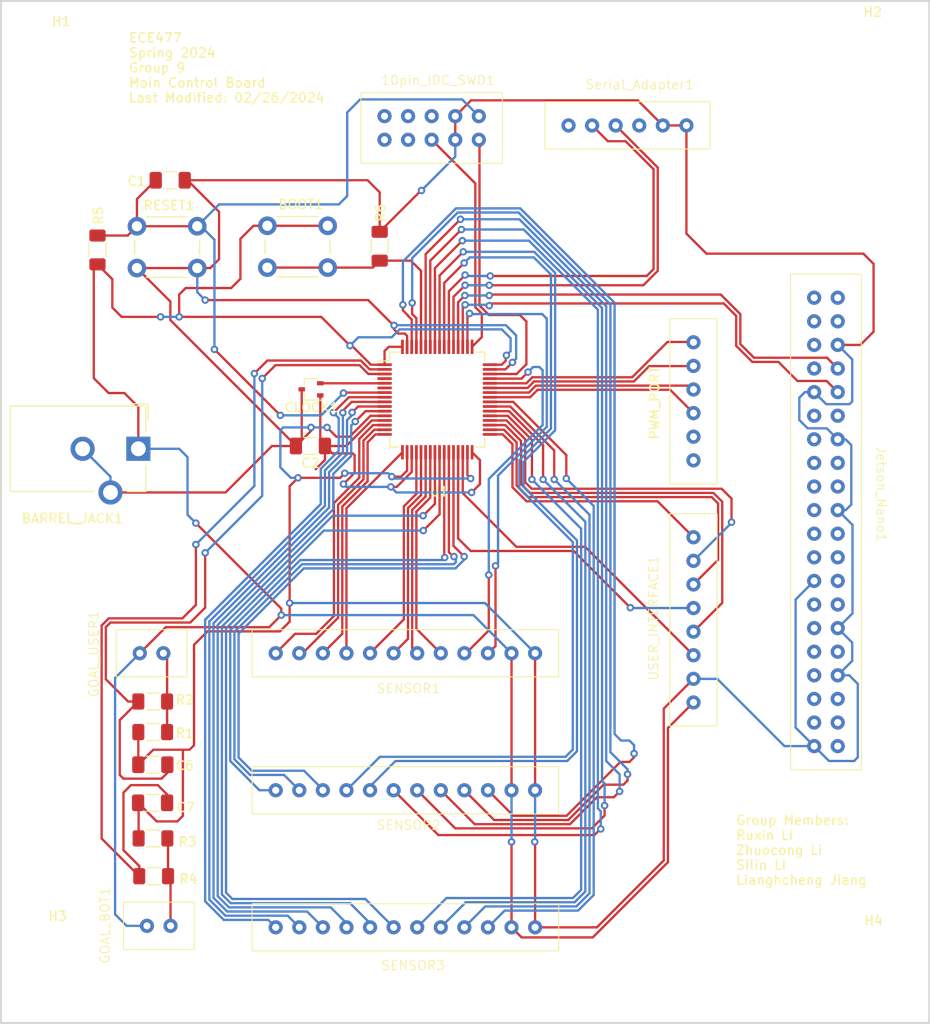
<source format=kicad_pcb>
(kicad_pcb (version 20221018) (generator pcbnew)
  (layers (0 "F.Cu" signal) (31 "B.Cu" signal) (34 "B.Paste" user) (35 "F.Paste" user) (36 "B.SilkS" user "B.Silkscreen") (37 "F.SilkS" user "F.Silkscreen") (38 "B.Mask" user) (39 "F.Mask" user) (44 "Edge.Cuts" user))
  (net 0 "")
  (net 1 "RESET")
  (net 2 "COM_GND")
  (net 3 "OSC_IN")
  (net 4 "USART3_RX")
  (net 5 "USART3_TX")
  (net 6 "GOAL_BOT")
  (net 7 "Moter3_0")
  (net 8 "Moter3_1")
  (net 9 "Moter3_2")
  (net 10 "Moter3_3")
  (net 11 "Moter1_0")
  (net 12 "Moter1_1")
  (net 13 "Moter1_2")
  (net 14 "Moter1_3")
  (net 15 "Moter1_4")
  (net 16 "Moter1_5")
  (net 17 "Moter1_6")
  (net 18 "Moter1_7")
  (net 19 "SWDIO1")
  (net 20 "SWCLK1")
  (net 21 "Moter3_4")
  (net 22 "Moter3_5")
  (net 23 "Moter2_0")
  (net 26 "USART5_TX1")
  (net 27 "USART5_RX1")
  (net 28 "Moter2_1")
  (net 29 "Moter2_2")
  (net 30 "USR_RST")
  (net 31 "USR_START")
  (net 32 "SPI2_NSS_USR")
  (net 33 "SPI2_SCK_USR")
  (net 34 "USR_STOP")
  (net 35 "SPI2_MOSI_USR")
  (net 36 "Moter3_6")
  (net 37 "Moter3_7")
  (net 38 "Moter3_8")
  (net 39 "Moter3_9")
  (net 40 "Moter1_8")
  (net 41 "MOTOR1_SHIFT")
  (net 42 "MOTOR2_SHIFT")
  (net 43 "MOTOR3_SHIFT")
  (net 44 "MOTOR_SWING")
  (net 45 "Moter1_9")
  (net 46 "Moter2_3")
  (net 47 "Moter2_4")
  (net 48 "Moter2_5")
  (net 49 "Moter2_6")
  (net 50 "Moter2_7")
  (net 51 "GOAL_USR")
  (net 52 "Moter2_8")
  (net 53 "Moter2_9")
  (net 86 "GOAL_USR_IN")
  (net 87 "GOAL_BOT_IN")
  (net 88 "BOOT")
  (net 90 "Power_3")
  (footprint "Capacitor_SMD:C_1206_3216Metric_Pad1.33x1.80mm_HandSolder" (layer "F.Cu") (at 138.3375 123)
    (fp_text reference "C7")
    (fp_text value "1uF")
  )
  (footprint "Senior Design:Sensor Port" (layer "F.Cu") (at 169.38 99.28)
    (fp_text reference "SENSOR1")
    (fp_text value "~")
  )
  (footprint "Capacitor_SMD:C_1206_3216Metric_Pad1.33x1.80mm_HandSolder" (layer "F.Cu") (at 138.3625 118.9)
    (fp_text reference "C6")
    (fp_text value "1uF")
  )
  (footprint "Resistor_SMD:R_1206_3216Metric_Pad1.30x1.75mm_HandSolder" (layer "F.Cu") (at 132.4 63.5 -90)
    (fp_text reference "R5")
    (fp_text value "10k")
  )
  (footprint "Senior Design:goal sensor" (layer "F.Cu") (at 140.27 128.62)
    (fp_text reference "GOAL_BOT1")
    (fp_text value "~")
  )
  (footprint "Connector_BarrelJack:BarrelJack_CUI_PJ-102AH_Horizontal" (layer "F.Cu") (at 136.8 84.9 -90)
    (fp_text reference "BARREL_JACK1")
    (fp_text value "Barrel_Jack_Switch")
  )
  (footprint "Senior Design:User_Interface" (layer "F.Cu") (at 188.98 96.96 90)
    (fp_text reference "USER_INTERFACE1")
    (fp_text value "~")
  )
  (footprint "Resistor_SMD:R_1206_3216Metric_Pad1.30x1.75mm_HandSolder" (layer "F.Cu") (at 162.8 63.1 -90)
    (fp_text reference "R6")
    (fp_text value "10k")
  )
  (footprint "Resistor_SMD:R_1206_3216Metric_Pad1.30x1.75mm_HandSolder" (layer "F.Cu") (at 138.38 126.83 180)
    (fp_text reference "R3")
    (fp_text value "10k")
  )
  (footprint "Senior Design:Serial_port" (layer "F.Cu") (at 188.98 75.98 90)
    (fp_text reference "PWM_PORT1" hide)
    (fp_text value "~" hide)
  )
  (footprint "MountingHole:MountingHole_4mm" (layer "F.Cu") (at 216 140.7)
    (fp_text reference "H4")
    (fp_text value "MountingHole")
  )
  (footprint "Capacitor_SMD:C_1206_3216Metric_Pad1.33x1.80mm_HandSolder" (layer "F.Cu") (at 155.3375 84.6 180)
    (fp_text reference "C2")
    (fp_text value "0.1uF")
  )
  (footprint "Senior Design:Jetson Nano" (layer "F.Cu") (at 212.14 58.48)
    (fp_text reference "Jetson_Nano1")
    (fp_text value "~")
  )
  (footprint "Package_QFP:LQFP-64_10x10mm_P0.5mm" (layer "F.Cu") (at 169 79.6)
    (fp_text reference "U1")
    (fp_text value "STM32F091RCTx")
  )
  (footprint "Senior Design:goal sensor" (layer "F.Cu") (at 139.5 99.28)
    (fp_text reference "GOAL_USER1")
    (fp_text value "~")
  )
  (footprint "MountingHole:MountingHole_4mm" (layer "F.Cu") (at 128.1 140.2)
    (fp_text reference "H3")
    (fp_text value "MountingHole")
  )
  (footprint "MountingHole:MountingHole_4mm" (layer "F.Cu") (at 128.5 43.9)
    (fp_text reference "H1")
    (fp_text value "MountingHole")
  )
  (footprint "Resistor_SMD:R_1206_3216Metric_Pad1.30x1.75mm_HandSolder" (layer "F.Cu") (at 138.35 115.39 180)
    (fp_text reference "R1")
    (fp_text value "10k")
  )
  (footprint "Capacitor_SMD:C_1206_3216Metric_Pad1.33x1.80mm_HandSolder" (layer "F.Cu") (at 140.2375 56)
    (fp_text reference "C1")
    (fp_text value "100nF")
  )
  (footprint "Button_Switch_THT:SW_PUSH_6mm_H4.3mm" (layer "F.Cu") (at 150.7 60.9)
    (fp_text reference "BOOT1")
    (fp_text value "SW_Push")
  )
  (footprint "Senior Design:Sensor Port" (layer "F.Cu") (at 169.38 114.03)
    (fp_text reference "SENSOR2")
    (fp_text value "~")
  )
  (footprint "Senior Design:10idc" (layer "F.Cu") (at 181.1 54.18 -90)
    (fp_text reference "10pin_IDC_SWD1")
    (fp_text value "~")
  )
  (footprint "Senior Design:Serial_port" (layer "F.Cu") (at 193.3 42.48)
    (fp_text reference "Serial_Adapter1")
    (fp_text value "~")
  )
  (footprint "MountingHole:MountingHole_4mm" (layer "F.Cu") (at 215.7 42.9)
    (fp_text reference "H2")
    (fp_text value "MountingHole")
  )
  (footprint "Package_TO_SOT_SMD:SOT-323_SC-70" (layer "F.Cu") (at 155.4 78.5 180)
    (fp_text reference "CLOCK1")
    (fp_text value "MAX7375AXR805")
  )
  (footprint "Button_Switch_THT:SW_PUSH_6mm_H4.3mm" (layer "F.Cu") (at 136.65 60.95)
    (fp_text reference "RESET1")
    (fp_text value "SW_Push")
  )
  (footprint "Senior Design:Sensor Port" (layer "F.Cu") (at 169.38 128.78)
    (fp_text reference "SENSOR3")
    (fp_text value "~")
  )
  (footprint "Resistor_SMD:R_1206_3216Metric_Pad1.30x1.75mm_HandSolder" (layer "F.Cu") (at 138.45 130.9 180)
    (fp_text reference "R4")
    (fp_text value "10k")
  )
  (footprint "Resistor_SMD:R_1206_3216Metric_Pad1.30x1.75mm_HandSolder" (layer "F.Cu") (at 138.35 112.1 180)
    (fp_text reference "R2")
    (fp_text value "10k")
  )
  (gr_rect (start 122 36.7) (end 222 146.7) (stroke (width 0.2)) (fill none) (layer "Edge.Cuts"))
  (gr_text "PWM_PORT" (at 193 84 90) (layer "F.SilkS") (effects (font (size 1 1)) (justify left bottom)))
  (gr_text "Group Members: \nRuxin Li\nZhuocong Li\nSilin Li\nLianghcheng Jiang" (at 201.1 131.9) (layer "F.SilkS") (effects (font (size 1 1)) (justify left bottom)))
  (gr_text "ECE477\nSpring 2024\nGroup 9\nMain Control Board\nLast Modified: 02/26/2024\n" (at 135.7 47.7) (layer "F.SilkS") (effects (font (size 1 1)) (justify left bottom)))
  (segment (start 136.65 60.95) (end 136.65 58.025) (width 0.25) (layer "F.Cu") (net 1))
  (segment (start 136.65 60.95) (end 143.15 60.95) (width 0.25) (layer "F.Cu") (net 1))
  (segment (start 158.9 78.9) (end 158.95 78.85) (width 0.25) (layer "F.Cu") (net 1))
  (segment (start 158.95 78.85) (end 163.325 78.85) (width 0.25) (layer "F.Cu") (net 1))
  (segment (start 136.65 58.025) (end 138.675 56) (width 0.25) (layer "F.Cu") (net 1))
  (segment (start 152.1 81.3) (end 145 74.2) (width 0.25) (layer "F.Cu") (net 1))
  (segment (start 132.4 61.95) (end 135.65 61.95) (width 0.25) (layer "F.Cu") (net 1))
  (segment (start 135.65 61.95) (end 136.65 60.95) (width 0.25) (layer "F.Cu") (net 1))
  (via (at 152.1 81.3) (size 0.8) (drill 0.4) (layers "F.Cu" "B.Cu") (net 1))
  (via (at 145 74.2) (size 0.8) (drill 0.4) (layers "F.Cu" "B.Cu") (net 1))
  (via (at 158.9 78.9) (size 0.8) (drill 0.4) (layers "F.Cu" "B.Cu") (net 1))
  (segment (start 159.3 57.7) (end 159.3 48.7) (width 0.25) (layer "B.Cu") (net 1))
  (segment (start 145 74.2) (end 145 62.4) (width 0.25) (layer "B.Cu") (net 1))
  (segment (start 171.68 47.3) (end 173.48 49.1) (width 0.25) (layer "B.Cu") (net 1))
  (segment (start 159.3 48.7) (end 160.7 47.3) (width 0.25) (layer "B.Cu") (net 1))
  (segment (start 145 62.4) (end 143.55 60.95) (width 0.25) (layer "B.Cu") (net 1))
  (segment (start 145.5 58.6) (end 158.4 58.6) (width 0.25) (layer "B.Cu") (net 1))
  (segment (start 156.5 81.3) (end 152.1 81.3) (width 0.25) (layer "B.Cu") (net 1))
  (segment (start 158.4 58.6) (end 159.3 57.7) (width 0.25) (layer "B.Cu") (net 1))
  (segment (start 158.9 78.9) (end 156.5 81.3) (width 0.25) (layer "B.Cu") (net 1))
  (segment (start 143.15 60.95) (end 145.5 58.6) (width 0.25) (layer "B.Cu") (net 1))
  (segment (start 160.7 47.3) (end 171.68 47.3) (width 0.25) (layer "B.Cu") (net 1))
  (segment (start 143.55 60.95) (end 143.15 60.95) (width 0.25) (layer "B.Cu") (net 1))
  (segment (start 136.8 118.9) (end 136.8 115.39) (width 0.25) (layer "F.Cu") (net 2))
  (segment (start 165.75 87.25) (end 165.75 85.275) (width 0.25) (layer "F.Cu") (net 2))
  (segment (start 195.84 50.1) (end 195.84 61.74) (width 0.25) (layer "F.Cu") (net 2))
  (segment (start 136.83 123.055) (end 136.775 123) (width 0.25) (layer "F.Cu") (net 2))
  (segment (start 216 65) (end 216 72.3) (width 0.25) (layer "F.Cu") (net 2))
  (segment (start 140.25 71.05) (end 140.25 69.05) (width 0.25) (layer "F.Cu") (net 2))
  (segment (start 172.25 85.275) (end 172.25 87.75) (width 0.25) (layer "F.Cu") (net 2))
  (segment (start 164.348335 71.620081) (end 164.348335 72.048335) (width 0.25) (layer "F.Cu") (net 2))
  (segment (start 216 72.3) (end 214.58 73.72) (width 0.25) (layer "F.Cu") (net 2))
  (segment (start 172.25 87.75) (end 172.6 88.1) (width 0.25) (layer "F.Cu") (net 2))
  (segment (start 164.8 72.5) (end 165.5 72.5) (width 0.25) (layer "F.Cu") (net 2))
  (segment (start 193.4 112.86) (end 193.4 129.2) (width 0.25) (layer "F.Cu") (net 2))
  (segment (start 162.8 57.3) (end 161.5 56) (width 0.25) (layer "F.Cu") (net 2))
  (segment (start 170.94 49.1) (end 170.94 51.64) (width 0.25) (layer "F.Cu") (net 2))
  (segment (start 164.348335 71.620081) (end 164.287845 71.620081) (width 0.25) (layer "F.Cu") (net 2))
  (segment (start 142.8 116.8) (end 142.8 106) (width 0.25) (layer "F.Cu") (net 2))
  (segment (start 154.4 78.5) (end 154.4 83.975) (width 0.25) (layer "F.Cu") (net 2))
  (segment (start 141.6 124.4) (end 141.6 117.287) (width 0.25) (layer "F.Cu") (net 2))
  (segment (start 161.80901 81.35) (end 163.325 81.35) (width 0.25) (layer "F.Cu") (net 2))
  (segment (start 153.1 101.5) (end 153.1 88.925) (width 0.25) (layer "F.Cu") (net 2))
  (segment (start 151.2 84.6) (end 153.775 84.6) (width 0.25) (layer "F.Cu") (net 2))
  (segment (start 198 63.9) (end 214.9 63.9) (width 0.25) (layer "F.Cu") (net 2))
  (segment (start 144.55 65.45) (end 143.15 65.45) (width 0.25) (layer "F.Cu") (net 2))
  (segment (start 164.348335 72.048335) (end 164.8 72.5) (width 0.25) (layer "F.Cu") (net 2))
  (segment (start 141 125) (end 141.6 124.4) (width 0.25) (layer "F.Cu") (net 2))
  (segment (start 153.775 84.6) (end 153.775 84.575) (width 0.25) (layer "F.Cu") (net 2))
  (segment (start 153.775 84.6) (end 155.4 82.975) (width 0.25) (layer "F.Cu") (net 2))
  (segment (start 162.8 61.55) (end 162.8 57.3) (width 0.25) (layer "F.Cu") (net 2))
  (segment (start 154.4 83.975) (end 153.775 84.6) (width 0.25) (layer "F.Cu") (net 2))
  (segment (start 161.567764 68.9) (end 144 68.9) (width 0.25) (layer "F.Cu") (net 2))
  (segment (start 141.8 56) (end 142.1 56) (width 0.25) (layer "F.Cu") (net 2))
  (segment (start 138.775 125) (end 141 125) (width 0.25) (layer "F.Cu") (net 2))
  (segment (start 138.413 117.287) (end 141.5 117.287) (width 0.25) (layer "F.Cu") (net 2))
  (segment (start 167.25 57.1) (end 162.8 61.55) (width 0.25) (layer "F.Cu") (net 2))
  (segment (start 142.8 106) (end 144.25 104.55) (width 0.25) (layer "F.Cu") (net 2))
  (segment (start 158.125 83.6) (end 159.55901 83.6) (width 0.25) (layer "F.Cu") (net 2))
  (segment (start 165.1 87.9) (end 165.75 87.25) (width 0.25) (layer "F.Cu") (net 2))
  (segment (start 190.6 47.4) (end 172.64 47.4) (width 0.25) (layer "F.Cu") (net 2))
  (segment (start 136.65 65.45) (end 143.15 65.45) (width 0.25) (layer "F.Cu") (net 2))
  (segment (start 159.55901 83.6) (end 161.80901 81.35) (width 0.25) (layer "F.Cu") (net 2))
  (segment (start 136.8 118.9) (end 138.413 117.287) (width 0.25) (layer "F.Cu") (net 2))
  (segment (start 155.4 82.975) (end 155.4 82.6) (width 0.25) (layer "F.Cu") (net 2))
  (segment (start 133.8 89.6) (end 146.2 89.6) (width 0.25) (layer "F.Cu") (net 2))
  (segment (start 144.25 104.55) (end 152.05 104.55) (width 0.25) (layer "F.Cu") (net 2))
  (segment (start 145.5 64.5) (end 144.55 65.45) (width 0.25) (layer "F.Cu") (net 2))
  (segment (start 196.6 109.66) (end 193.4 112.86) (width 0.25) (layer "F.Cu") (net 2))
  (segment (start 179.54 106.9) (end 179.54 121.65) (width 0.25) (layer "F.Cu") (net 2))
  (segment (start 157.125 82.6) (end 158.125 83.6) (width 0.25) (layer "F.Cu") (net 2))
  (segment (start 179.54 127.24) (end 179.54 136.4) (width 0.25) (layer "F.Cu") (net 2))
  (segment (start 214.9 63.9) (end 216 65) (width 0.25) (layer "F.Cu") (net 2))
  (segment (start 193.3 50.1) (end 195.84 50.1) (width 0.25) (layer "F.Cu") (net 2))
  (segment (start 146.2 89.6) (end 151.2 84.6) (width 0.25) (layer "F.Cu") (net 2))
  (segment (start 145.5 59.4) (end 145.5 64.5) (width 0.25) (layer "F.Cu") (net 2))
  (segment (start 186.2 136.4) (end 179.54 136.4) (width 0.25) (layer "F.Cu") (net 2))
  (segment (start 158.5402 88.025) (end 154 88.025) (width 0.25) (layer "F.Cu") (net 2))
  (segment (start 136.775 123) (end 138.775 125) (width 0.25) (layer "F.Cu") (net 2))
  (segment (start 136.83 126.83) (end 136.83 123.055) (width 0.25) (layer "F.Cu") (net 2))
  (segment (start 141.6 117.287) (end 142.313 117.287) (width 0.25) (layer "F.Cu") (net 2))
  (segment (start 153.775 84.575) (end 140.25 71.05) (width 0.25) (layer "F.Cu") (net 2))
  (segment (start 165.75 72.75) (end 165.75 73.925) (width 0.25) (layer "F.Cu") (net 2))
  (segment (start 165.5 72.5) (end 165.75 72.75) (width 0.25) (layer "F.Cu") (net 2))
  (segment (start 174.675 76.35) (end 176.35 76.35) (width 0.25) (layer "F.Cu") (net 2))
  (segment (start 164.1 87.9) (end 165.1 87.9) (width 0.25) (layer "F.Cu") (net 2))
  (segment (start 172.64 47.4) (end 170.94 49.1) (width 0.25) (layer "F.Cu") (net 2))
  (segment (start 164.287845 71.620081) (end 161.567764 68.9) (width 0.25) (layer "F.Cu") (net 2))
  (segment (start 142.1 56) (end 145.5 59.4) (width 0.25) (layer "F.Cu") (net 2))
  (segment (start 153.1 88.925) (end 154 88.025) (width 0.25) (layer "F.Cu") (net 2))
  (segment (start 193.4 129.2) (end 186.2 136.4) (width 0.25) (layer "F.Cu") (net 2))
  (segment (start 152.05 104.55) (end 153.1 103.5) (width 0.25) (layer "F.Cu") (net 2))
  (segment (start 142.313 117.287) (end 142.8 116.8) (width 0.25) (layer "F.Cu") (net 2))
  (segment (start 195.84 61.74) (end 198 63.9) (width 0.25) (layer "F.Cu") (net 2))
  (segment (start 161.5 56) (end 141.8 56) (width 0.25) (layer "F.Cu") (net 2))
  (segment (start 167.3 57.1) (end 167.25 57.1) (width 0.25) (layer "F.Cu") (net 2))
  (segment (start 193.3 50.1) (end 190.6 47.4) (width 0.25) (layer "F.Cu") (net 2))
  (segment (start 214.58 73.72) (end 212.14 73.72) (width 0.25) (layer "F.Cu") (net 2))
  (segment (start 176.35 76.35) (end 177.1 75.6) (width 0.25) (layer "F.Cu") (net 2))
  (segment (start 141.5 117.287) (end 141.6 117.287) (width 0.25) (layer "F.Cu") (net 2))
  (segment (start 159.0357 87.5295) (end 158.5402 88.025) (width 0.25) (layer "F.Cu") (net 2))
  (segment (start 153.1 103.5) (end 153.1 101.5) (width 0.25) (layer "F.Cu") (net 2))
  (segment (start 179.5 127.2) (end 179.54 127.24) (width 0.25) (layer "F.Cu") (net 2))
  (segment (start 140.25 69.05) (end 136.65 65.45) (width 0.25) (layer "F.Cu") (net 2))
  (via (at 157.125 82.6) (size 0.8) (drill 0.4) (layers "F.Cu" "B.Cu") (net 2))
  (via (at 179.5 127.2) (size 0.8) (drill 0.4) (layers "F.Cu" "B.Cu") (net 2))
  (via (at 153.1 101.5) (size 0.8) (drill 0.4) (layers "F.Cu" "B.Cu") (net 2))
  (via (at 144 68.9) (size 0.8) (drill 0.4) (layers "F.Cu" "B.Cu") (net 2))
  (via (at 159.0357 87.5295) (size 0.8) (drill 0.4) (layers "F.Cu" "B.Cu") (net 2))
  (via (at 164.348335 71.620081) (size 0.8) (drill 0.4) (layers "F.Cu" "B.Cu") (net 2))
  (via (at 164.1 87.9) (size 0.8) (drill 0.4) (layers "F.Cu" "B.Cu") (net 2))
  (via (at 155.4 82.6) (size 0.8) (drill 0.4) (layers "F.Cu" "B.Cu") (net 2))
  (via (at 154 88.025) (size 0.8) (drill 0.4) (layers "F.Cu" "B.Cu") (net 2))
  (via (at 172.6 88.1) (size 0.8) (drill 0.4) (layers "F.Cu" "B.Cu") (net 2))
  (via (at 177.1 75.6) (size 0.8) (drill 0.4) (layers "F.Cu" "B.Cu") (net 2))
  (via (at 167.3 57.1) (size 0.8) (drill 0.4) (layers "F.Cu" "B.Cu") (net 2))
  (segment (start 213.6 84.5) (end 213.6 90.9) (width 0.25) (layer "B.Cu") (net 2))
  (segment (start 212.14 73.72) (end 213.7 75.28) (width 0.25) (layer "B.Cu") (net 2))
  (segment (start 164.1 87.9) (end 163.7295 87.5295) (width 0.25) (layer "B.Cu") (net 2))
  (segment (start 164.368416 71.6) (end 176.4 71.6) (width 0.25) (layer "B.Cu") (net 2))
  (segment (start 213 91.5) (end 212.14 91.5) (width 0.25) (layer "B.Cu") (net 2))
  (segment (start 207.6 114.9) (end 207.6 101.12) (width 0.25) (layer "B.Cu") (net 2))
  (segment (start 212.14 83.88) (end 212.98 83.88) (width 0.25) (layer "B.Cu") (net 2))
  (segment (start 174.14 101.5) (end 153.1 101.5) (width 0.25) (layer "B.Cu") (net 2))
  (segment (start 212.14 104.2) (end 213.728374 102.611625) (width 0.25) (layer "B.Cu") (net 2))
  (segment (start 212.98 83.88) (end 213.6 84.5) (width 0.25) (layer "B.Cu") (net 2))
  (segment (start 143.15 68.05) (end 143.15 65.45) (width 0.25) (layer "B.Cu") (net 2))
  (segment (start 164.348335 71.620081) (end 164.368416 71.6) (width 0.25) (layer "B.Cu") (net 2))
  (segment (start 207.6 101.12) (end 209.6 99.12) (width 0.25) (layer "B.Cu") (net 2))
  (segment (start 153.225 88.025) (end 152.1 86.9) (width 0.25) (layer "B.Cu") (net 2))
  (segment (start 179.54 121.65) (end 179.54 127.16) (width 0.25) (layer "B.Cu") (net 2))
  (segment (start 172.6 88.1) (end 164.3 88.1) (width 0.25) (layer "B.Cu") (net 2))
  (segment (start 209.6 116.9) (end 211.2 118.5) (width 0.25) (layer "B.Cu") (net 2))
  (segment (start 133.8 87.9) (end 133.8 89.6) (width 0.25) (layer "B.Cu") (net 2))
  (segment (start 164.3 88.1) (end 164.1 87.9) (width 0.25) (layer "B.Cu") (net 2))
  (segment (start 208 81.8) (end 208.9 82.7) (width 0.25) (layer "B.Cu") (net 2))
  (segment (start 170.94 53.46) (end 170.94 51.64) (width 0.25) (layer "B.Cu") (net 2))
  (segment (start 152.1 82.9) (end 152.4 82.6) (width 0.25) (layer "B.Cu") (net 2))
  (segment (start 214.3 118.1) (end 214.3 110.2) (width 0.25) (layer "B.Cu") (net 2))
  (segment (start 209.6 78.8) (end 208.6 78.8) (width 0.25) (layer "B.Cu") (net 2))
  (segment (start 213.9 118.5) (end 214.3 118.1) (width 0.25) (layer "B.Cu") (net 2))
  (segment (start 154 88.025) (end 153.225 88.025) (width 0.25) (layer "B.Cu") (net 2))
  (segment (start 167.3 57.1) (end 170.94 53.46) (width 0.25) (layer "B.Cu") (net 2))
  (segment (start 210.9 80.1) (end 209.6 78.8) (width 0.25) (layer "B.Cu") (net 2))
  (segment (start 213.38 109.28) (end 212.14 109.28) (width 0.25) (layer "B.Cu") (net 2))
  (segment (start 210.96 82.7) (end 212.14 83.88) (width 0.25) (layer "B.Cu") (net 2))
  (segment (start 212.14 109.28) (end 213.7 107.72) (width 0.25) (layer "B.Cu") (net 2))
  (segment (start 163.7295 87.5295) (end 159.0357 87.5295) (width 0.25) (layer "B.Cu") (net 2))
  (segment (start 152.4 82.6) (end 155.4 82.6) (width 0.25) (layer "B.Cu") (net 2))
  (segment (start 144 68.9) (end 143.15 68.05) (width 0.25) (layer "B.Cu") (net 2))
  (segment (start 179.54 127.16) (end 179.5 127.2) (width 0.25) (layer "B.Cu") (net 2))
  (segment (start 179.54 106.9) (end 174.14 101.5) (width 0.25) (layer "B.Cu") (net 2))
  (segment (start 152.1 86.9) (end 152.1 82.9) (width 0.25) (layer "B.Cu") (net 2))
  (segment (start 208.6 78.8) (end 208 79.4) (width 0.25) (layer "B.Cu") (net 2))
  (segment (start 208 79.4) (end 208 81.8) (width 0.25) (layer "B.Cu") (net 2))
  (segment (start 199.16 109.66) (end 206.4 116.9) (width 0.25) (layer "B.Cu") (net 2))
  (segment (start 213.7 79.8) (end 213.4 80.1) (width 0.25) (layer "B.Cu") (net 2))
  (segment (start 196.6 109.66) (end 199.16 109.66) (width 0.25) (layer "B.Cu") (net 2))
  (segment (start 214.3 110.2) (end 213.38 109.28) (width 0.25) (layer "B.Cu") (net 2))
  (segment (start 211.2 118.5) (end 213.9 118.5) (width 0.25) (layer "B.Cu") (net 2))
  (segment (start 130.8 84.9) (end 133.8 87.9) (width 0.25) (layer "B.Cu") (net 2))
  (segment (start 213.728374 93.088374) (end 212.14 91.5) (width 0.25) (layer "B.Cu") (net 2))
  (segment (start 177.5 75.2) (end 177.1 75.6) (width 0.25) (layer "B.Cu") (net 2))
  (segment (start 213.7 75.28) (end 213.7 79.8) (width 0.25) (layer "B.Cu") (net 2))
  (segment (start 206.4 116.9) (end 209.6 116.9) (width 0.25) (layer "B.Cu") (net 2))
  (segment (start 155.4 82.6) (end 157.125 82.6) (width 0.25) (layer "B.Cu") (net 2))
  (segment (start 213.7 105.76) (end 212.14 104.2) (width 0.25) (layer "B.Cu") (net 2))
  (segment (start 213.7 107.72) (end 213.7 105.76) (width 0.25) (layer "B.Cu") (net 2))
  (segment (start 177.5 72.7) (end 177.5 75.2) (width 0.25) (layer "B.Cu") (net 2))
  (segment (start 213.6 90.9) (end 213 91.5) (width 0.25) (layer "B.Cu") (net 2))
  (segment (start 213.4 80.1) (end 210.9 80.1) (width 0.25) (layer "B.Cu") (net 2))
  (segment (start 208.9 82.7) (end 210.96 82.7) (width 0.25) (layer "B.Cu") (net 2))
  (segment (start 209.6 116.9) (end 207.6 114.9) (width 0.25) (layer "B.Cu") (net 2))
  (segment (start 213.728374 102.611625) (end 213.728374 93.088374) (width 0.25) (layer "B.Cu") (net 2))
  (segment (start 176.4 71.6) (end 177.5 72.7) (width 0.25) (layer "B.Cu") (net 2))
  (segment (start 156.4 77.85) (end 163.325 77.85) (width 0.25) (layer "F.Cu") (net 3))
  (segment (start 174.7 68.3) (end 199.536396 68.3) (width 0.25) (layer "F.Cu") (net 4))
  (segment (start 210.98 75.1) (end 212.14 76.26) (width 0.25) (layer "F.Cu") (net 4))
  (segment (start 171.974695 68.4) (end 171.25 69.124695) (width 0.25) (layer "F.Cu") (net 4))
  (segment (start 199.536396 68.3) (end 201.65 70.413604) (width 0.25) (layer "F.Cu") (net 4))
  (segment (start 201.65 73.631802) (end 203.118198 75.1) (width 0.25) (layer "F.Cu") (net 4))
  (segment (start 171.25 69.124695) (end 171.25 73.925) (width 0.25) (layer "F.Cu") (net 4))
  (segment (start 174.6 68.4) (end 174.7 68.3) (width 0.25) (layer "F.Cu") (net 4))
  (segment (start 203.118198 75.1) (end 210.98 75.1) (width 0.25) (layer "F.Cu") (net 4))
  (segment (start 201.65 70.413604) (end 201.65 73.631802) (width 0.25) (layer "F.Cu") (net 4))
  (via (at 171.974695 68.4) (size 0.8) (drill 0.4) (layers "F.Cu" "B.Cu") (net 4))
  (via (at 174.6 68.4) (size 0.8) (drill 0.4) (layers "F.Cu" "B.Cu") (net 4))
  (segment (start 171.974695 68.4) (end 174.6 68.4) (width 0.25) (layer "B.Cu") (net 4))
  (segment (start 201.2 70.6) (end 201.2 73.818198) (width 0.25) (layer "F.Cu") (net 5))
  (segment (start 210.94 77.6) (end 212.14 78.8) (width 0.25) (layer "F.Cu") (net 5))
  (segment (start 174.84 69.26) (end 199.86 69.26) (width 0.25) (layer "F.Cu") (net 5))
  (segment (start 171.75 69.65) (end 171.75 73.925) (width 0.25) (layer "F.Cu") (net 5))
  (segment (start 205.75 75.55) (end 207.8 77.6) (width 0.25) (layer "F.Cu") (net 5))
  (segment (start 202.931802 75.55) (end 205.75 75.55) (width 0.25) (layer "F.Cu") (net 5))
  (segment (start 199.86 69.26) (end 201.2 70.6) (width 0.25) (layer "F.Cu") (net 5))
  (segment (start 174.6 69.5) (end 174.84 69.26) (width 0.25) (layer "F.Cu") (net 5))
  (segment (start 201.2 73.818198) (end 202.931802 75.55) (width 0.25) (layer "F.Cu") (net 5))
  (segment (start 207.8 77.6) (end 210.94 77.6) (width 0.25) (layer "F.Cu") (net 5))
  (segment (start 172 69.4) (end 171.75 69.65) (width 0.25) (layer "F.Cu") (net 5))
  (via (at 174.6 69.5) (size 0.8) (drill 0.4) (layers "F.Cu" "B.Cu") (net 5))
  (via (at 172 69.4) (size 0.8) (drill 0.4) (layers "F.Cu" "B.Cu") (net 5))
  (segment (start 172 69.4) (end 174.5 69.4) (width 0.25) (layer "B.Cu") (net 5))
  (segment (start 174.5 69.4) (end 174.6 69.5) (width 0.25) (layer "B.Cu") (net 5))
  (segment (start 160.763604 75.4) (end 150.7 75.4) (width 0.25) (layer "F.Cu") (net 6))
  (segment (start 136 121.1) (end 135.2 121.9) (width 0.25) (layer "F.Cu") (net 6))
  (segment (start 132.85 103.913604) (end 132.85 126.85) (width 0.25) (layer "F.Cu") (net 6))
  (segment (start 138.9 121.1) (end 136 121.1) (width 0.25) (layer "F.Cu") (net 6))
  (segment (start 136.9 129.8) (end 136.9 130.9) (width 0.25) (layer "F.Cu") (net 6))
  (segment (start 161.713604 76.35) (end 160.763604 75.4) (width 0.25) (layer "F.Cu") (net 6))
  (segment (start 139.9 122.1) (end 138.9 121.1) (width 0.25) (layer "F.Cu") (net 6))
  (segment (start 135.2 128.1) (end 136.9 129.8) (width 0.25) (layer "F.Cu") (net 6))
  (segment (start 143 95.2) (end 143 101.7) (width 0.25) (layer "F.Cu") (net 6))
  (segment (start 143 101.7) (end 141.55 103.15) (width 0.25) (layer "F.Cu") (net 6))
  (segment (start 150.7 75.4) (end 149.3 76.8) (width 0.25) (layer "F.Cu") (net 6))
  (segment (start 133.613604 103.15) (end 132.85 103.913604) (width 0.25) (layer "F.Cu") (net 6))
  (segment (start 135.2 121.9) (end 135.2 128.1) (width 0.25) (layer "F.Cu") (net 6))
  (segment (start 132.85 126.85) (end 136.9 130.9) (width 0.25) (layer "F.Cu") (net 6))
  (segment (start 139.9 123) (end 139.9 122.1) (width 0.25) (layer "F.Cu") (net 6))
  (segment (start 163.325 76.35) (end 161.713604 76.35) (width 0.25) (layer "F.Cu") (net 6))
  (segment (start 141.55 103.15) (end 133.613604 103.15) (width 0.25) (layer "F.Cu") (net 6))
  (via (at 143 95.2) (size 0.8) (drill 0.4) (layers "F.Cu" "B.Cu") (net 6))
  (via (at 149.3 76.8) (size 0.8) (drill 0.4) (layers "F.Cu" "B.Cu") (net 6))
  (segment (start 149.3 76.8) (end 149.3 88.9) (width 0.25) (layer "B.Cu") (net 6))
  (segment (start 149.3 88.9) (end 143 95.2) (width 0.25) (layer "B.Cu") (net 6))
  (segment (start 159.475306 79.35) (end 163.325 79.35) (width 0.25) (layer "F.Cu") (net 7))
  (segment (start 157.812653 81.012653) (end 159.475306 79.35) (width 0.25) (layer "F.Cu") (net 7))
  (via (at 157.812653 81.012653) (size 0.8) (drill 0.4) (layers "F.Cu" "B.Cu") (net 7))
  (segment (start 157.812653 81.012653) (end 158.108277 81.308277) (width 0.25) (layer "B.Cu") (net 7))
  (segment (start 158.383277 81.59264) (end 158.383277 85.107535) (width 0.25) (layer "B.Cu") (net 7))
  (segment (start 144 133.6) (end 146 135.6) (width 0.25) (layer "B.Cu") (net 7))
  (segment (start 158.108277 81.31764) (end 158.383277 81.59264) (width 0.25) (layer "B.Cu") (net 7))
  (segment (start 158.108277 81.308277) (end 158.108277 81.31764) (width 0.25) (layer "B.Cu") (net 7))
  (segment (start 144 103.3) (end 144 133.6) (width 0.25) (layer "B.Cu") (net 7))
  (segment (start 146 135.6) (end 150.8 135.6) (width 0.25) (layer "B.Cu") (net 7))
  (segment (start 156.45 90.85) (end 144 103.3) (width 0.25) (layer "B.Cu") (net 7))
  (segment (start 158.383277 85.107535) (end 156.45 87.040812) (width 0.25) (layer "B.Cu") (net 7))
  (segment (start 156.45 87.040812) (end 156.45 90.85) (width 0.25) (layer "B.Cu") (net 7))
  (segment (start 150.8 135.6) (end 151.6 136.4) (width 0.25) (layer "B.Cu") (net 7))
  (segment (start 158.833277 80.803119) (end 159.786396 79.85) (width 0.25) (layer "F.Cu") (net 8))
  (segment (start 158.833277 81.017335) (end 158.833277 80.803119) (width 0.25) (layer "F.Cu") (net 8))
  (segment (start 159.786396 79.85) (end 163.325 79.85) (width 0.25) (layer "F.Cu") (net 8))
  (via (at 158.833277 81.017335) (size 0.8) (drill 0.4) (layers "F.Cu" "B.Cu") (net 8))
  (segment (start 156.9 87.227208) (end 156.9 91.036396) (width 0.25) (layer "B.Cu") (net 8))
  (segment (start 158.833277 81.017335) (end 158.833277 85.293931) (width 0.25) (layer "B.Cu") (net 8))
  (segment (start 144.45 133.413604) (end 146.186396 135.15) (width 0.25) (layer "B.Cu") (net 8))
  (segment (start 152.89 135.15) (end 154.14 136.4) (width 0.25) (layer "B.Cu") (net 8))
  (segment (start 144.45 103.486396) (end 144.45 133.413604) (width 0.25) (layer "B.Cu") (net 8))
  (segment (start 158.833277 85.293931) (end 156.9 87.227208) (width 0.25) (layer "B.Cu") (net 8))
  (segment (start 146.186396 135.15) (end 152.89 135.15) (width 0.25) (layer "B.Cu") (net 8))
  (segment (start 156.9 91.036396) (end 144.45 103.486396) (width 0.25) (layer "B.Cu") (net 8))
  (segment (start 160.469573 80.35) (end 163.325 80.35) (width 0.25) (layer "F.Cu") (net 9))
  (segment (start 159.832812 80.986761) (end 160.469573 80.35) (width 0.25) (layer "F.Cu") (net 9))
  (via (at 159.832812 80.986761) (size 0.8) (drill 0.4) (layers "F.Cu" "B.Cu") (net 9))
  (segment (start 159.832812 81.267188) (end 159.283277 81.816723) (width 0.25) (layer "B.Cu") (net 9))
  (segment (start 144.9 103.672792) (end 144.9 133.227208) (width 0.25) (layer "B.Cu") (net 9))
  (segment (start 144.9 133.227208) (end 146.372792 134.7) (width 0.25) (layer "B.Cu") (net 9))
  (segment (start 159.283277 85.480327) (end 157.35 87.413604) (width 0.25) (layer "B.Cu") (net 9))
  (segment (start 154.98 134.7) (end 156.68 136.4) (width 0.25) (layer "B.Cu") (net 9))
  (segment (start 157.35 87.413604) (end 157.35 91.222792) (width 0.25) (layer "B.Cu") (net 9))
  (segment (start 159.283277 81.816723) (end 159.283277 85.480327) (width 0.25) (layer "B.Cu") (net 9))
  (segment (start 146.372792 134.7) (end 154.98 134.7) (width 0.25) (layer "B.Cu") (net 9))
  (segment (start 157.35 91.222792) (end 144.9 103.672792) (width 0.25) (layer "B.Cu") (net 9))
  (segment (start 159.832812 80.986761) (end 159.832812 81.267188) (width 0.25) (layer "B.Cu") (net 9))
  (segment (start 161.283704 80.85) (end 160.166852 81.966852) (width 0.25) (layer "F.Cu") (net 10))
  (segment (start 163.325 80.85) (end 161.283704 80.85) (width 0.25) (layer "F.Cu") (net 10))
  (via (at 160.166852 81.966852) (size 0.8) (drill 0.4) (layers "F.Cu" "B.Cu") (net 10))
  (segment (start 159.733277 82.400427) (end 159.733277 85.666723) (width 0.25) (layer "B.Cu") (net 10))
  (segment (start 157.8 91.409188) (end 145.35 103.859188) (width 0.25) (layer "B.Cu") (net 10))
  (segment (start 157.517 134.25) (end 159.22 135.953) (width 0.25) (layer "B.Cu") (net 10))
  (segment (start 145.35 103.859188) (end 145.35 133.040812) (width 0.25) (layer "B.Cu") (net 10))
  (segment (start 159.22 135.953) (end 159.22 136.4) (width 0.25) (layer "B.Cu") (net 10))
  (segment (start 157.8 87.6) (end 157.8 91.409188) (width 0.25) (layer "B.Cu") (net 10))
  (segment (start 145.35 133.040812) (end 146.559188 134.25) (width 0.25) (layer "B.Cu") (net 10))
  (segment (start 146.559188 134.25) (end 157.517 134.25) (width 0.25) (layer "B.Cu") (net 10))
  (segment (start 159.733277 85.666723) (end 157.8 87.6) (width 0.25) (layer "B.Cu") (net 10))
  (segment (start 160.166852 81.966852) (end 159.733277 82.400427) (width 0.25) (layer "B.Cu") (net 10))
  (segment (start 153.69 104.81) (end 155.953604 104.81) (width 0.25) (layer "F.Cu") (net 11))
  (segment (start 157.87 90.745812) (end 160.6 88.015812) (width 0.25) (layer "F.Cu") (net 11))
  (segment (start 162.081802 82.35) (end 163.325 82.35) (width 0.25) (layer "F.Cu") (net 11))
  (segment (start 155.953604 104.81) (end 157.87 102.893604) (width 0.25) (layer "F.Cu") (net 11))
  (segment (start 151.6 106.9) (end 153.69 104.81) (width 0.25) (layer "F.Cu") (net 11))
  (segment (start 160.6 88.015812) (end 160.6 83.831802) (width 0.25) (layer "F.Cu") (net 11))
  (segment (start 157.87 102.893604) (end 157.87 90.745812) (width 0.25) (layer "F.Cu") (net 11))
  (segment (start 160.6 83.831802) (end 162.081802 82.35) (width 0.25) (layer "F.Cu") (net 11))
  (segment (start 154.5 106.9) (end 154.14 106.9) (width 0.25) (layer "F.Cu") (net 12))
  (segment (start 161.05 84.018198) (end 161.05 88.202208) (width 0.25) (layer "F.Cu") (net 12))
  (segment (start 158.32 90.932208) (end 158.32 103.08) (width 0.25) (layer "F.Cu") (net 12))
  (segment (start 161.05 88.202208) (end 158.32 90.932208) (width 0.25) (layer "F.Cu") (net 12))
  (segment (start 163.325 82.85) (end 162.218198 82.85) (width 0.25) (layer "F.Cu") (net 12))
  (segment (start 162.218198 82.85) (end 161.05 84.018198) (width 0.25) (layer "F.Cu") (net 12))
  (segment (start 158.32 103.08) (end 154.5 106.9) (width 0.25) (layer "F.Cu") (net 12))
  (segment (start 163.325 83.35) (end 162.354594 83.35) (width 0.25) (layer "F.Cu") (net 13))
  (segment (start 158.77 91.118604) (end 158.77 104.81) (width 0.25) (layer "F.Cu") (net 13))
  (segment (start 161.5 88.388604) (end 158.77 91.118604) (width 0.25) (layer "F.Cu") (net 13))
  (segment (start 158.77 104.81) (end 156.68 106.9) (width 0.25) (layer "F.Cu") (net 13))
  (segment (start 162.354594 83.35) (end 161.5 84.204594) (width 0.25) (layer "F.Cu") (net 13))
  (segment (start 161.5 84.204594) (end 161.5 88.388604) (width 0.25) (layer "F.Cu") (net 13))
  (segment (start 159.22 91.305) (end 165.25 85.275) (width 0.25) (layer "F.Cu") (net 14))
  (segment (start 159.22 106.9) (end 159.22 91.305) (width 0.25) (layer "F.Cu") (net 14))
  (segment (start 165.4 103.26) (end 165.4 91.1) (width 0.25) (layer "F.Cu") (net 15))
  (segment (start 165.4 91.1) (end 166.75 89.75) (width 0.25) (layer "F.Cu") (net 15))
  (segment (start 166.75 89.75) (end 166.75 85.275) (width 0.25) (layer "F.Cu") (net 15))
  (segment (start 161.76 106.9) (end 165.4 103.26) (width 0.25) (layer "F.Cu") (net 15))
  (segment (start 165.85 91.286396) (end 167.25 89.886396) (width 0.25) (layer "F.Cu") (net 16))
  (segment (start 167.25 89.886396) (end 167.25 85.275) (width 0.25) (layer "F.Cu") (net 16))
  (segment (start 164.3 106.9) (end 165.85 105.35) (width 0.25) (layer "F.Cu") (net 16))
  (segment (start 165.85 105.35) (end 165.85 91.286396) (width 0.25) (layer "F.Cu") (net 16))
  (segment (start 166.84 106.9) (end 166.3 106.36) (width 0.25) (layer "F.Cu") (net 17))
  (segment (start 167.75 90.022792) (end 167.75 85.275) (width 0.25) (layer "F.Cu") (net 17))
  (segment (start 166.3 91.472792) (end 167.75 90.022792) (width 0.25) (layer "F.Cu") (net 17))
  (segment (start 166.3 106.36) (end 166.3 91.472792) (width 0.25) (layer "F.Cu") (net 17))
  (segment (start 168.25 90.159188) (end 168.25 85.275) (width 0.25) (layer "F.Cu") (net 18))
  (segment (start 169.38 106.9) (end 166.75 104.27) (width 0.25) (layer "F.Cu") (net 18))
  (segment (start 166.75 104.27) (end 166.75 91.659188) (width 0.25) (layer "F.Cu") (net 18))
  (segment (start 166.75 91.659188) (end 168.25 90.159188) (width 0.25) (layer "F.Cu") (net 18))
  (segment (start 173.9 52.06) (end 173.55 52.41) (width 0.25) (layer "F.Cu") (net 19))
  (segment (start 178.6 75.8) (end 177.55 76.85) (width 0.25) (layer "F.Cu") (net 19))
  (segment (start 173.55 52.41) (end 173.55 69.475305) (width 0.25) (layer "F.Cu") (net 19))
  (segment (start 173.48 51.64) (end 173.9 52.06) (width 0.25) (layer "F.Cu") (net 19))
  (segment (start 174.574695 70.5) (end 177.9 70.5) (width 0.25) (layer "F.Cu") (net 19))
  (segment (start 177.55 76.85) (end 174.675 76.85) (width 0.25) (layer "F.Cu") (net 19))
  (segment (start 173.55 69.475305) (end 174.574695 70.5) (width 0.25) (layer "F.Cu") (net 19))
  (segment (start 178.6 71.2) (end 178.6 75.8) (width 0.25) (layer "F.Cu") (net 19))
  (segment (start 177.9 70.5) (end 178.6 71.2) (width 0.25) (layer "F.Cu") (net 19))
  (segment (start 173.8 70.361701) (end 173.8 72.875) (width 0.25) (layer "F.Cu") (net 20))
  (segment (start 173.8 72.875) (end 172.75 73.925) (width 0.25) (layer "F.Cu") (net 20))
  (segment (start 173.1 69.661701) (end 173.8 70.361701) (width 0.25) (layer "F.Cu") (net 20))
  (segment (start 168.4 51.64) (end 173.1 56.34) (width 0.25) (layer "F.Cu") (net 20))
  (segment (start 173.1 56.34) (end 173.1 69.661701) (width 0.25) (layer "F.Cu") (net 20))
  (segment (start 168.75 90.825) (end 167.475 92.1) (width 0.25) (layer "F.Cu") (net 21))
  (segment (start 168.75 85.275) (end 168.75 90.825) (width 0.25) (layer "F.Cu") (net 21))
  (via (at 167.475 92.1) (size 0.8) (drill 0.4) (layers "F.Cu" "B.Cu") (net 21))
  (segment (start 145.8 132.854416) (end 146.745584 133.8) (width 0.25) (layer "B.Cu") (net 21))
  (segment (start 145.8 104.045584) (end 145.8 132.854416) (width 0.25) (layer "B.Cu") (net 21))
  (segment (start 159.6 133.8) (end 161.76 135.96) (width 0.25) (layer "B.Cu") (net 21))
  (segment (start 167.475 92.1) (end 157.745584 92.1) (width 0.25) (layer "B.Cu") (net 21))
  (segment (start 146.745584 133.8) (end 159.6 133.8) (width 0.25) (layer "B.Cu") (net 21))
  (segment (start 161.76 135.96) (end 161.76 136.4) (width 0.25) (layer "B.Cu") (net 21))
  (segment (start 157.745584 92.1) (end 145.8 104.045584) (width 0.25) (layer "B.Cu") (net 21))
  (segment (start 169.25 91.95) (end 167.5 93.7) (width 0.25) (layer "F.Cu") (net 22))
  (segment (start 169.25 85.275) (end 169.25 91.95) (width 0.25) (layer "F.Cu") (net 22))
  (via (at 167.5 93.7) (size 0.8) (drill 0.4) (layers "F.Cu" "B.Cu") (net 22))
  (segment (start 146.25 132.66802) (end 146.93198 133.35) (width 0.25) (layer "B.Cu") (net 22))
  (segment (start 161.25 133.35) (end 164.3 136.4) (width 0.25) (layer "B.Cu") (net 22))
  (segment (start 146.93198 133.35) (end 161.25 133.35) (width 0.25) (layer "B.Cu") (net 22))
  (segment (start 146.25 104.23198) (end 146.25 132.66802) (width 0.25) (layer "B.Cu") (net 22))
  (segment (start 156.78198 93.7) (end 146.25 104.23198) (width 0.25) (layer "B.Cu") (net 22))
  (segment (start 167.5 93.7) (end 156.78198 93.7) (width 0.25) (layer "B.Cu") (net 22))
  (segment (start 169.75 85.275) (end 169.75 96.55) (width 0.25) (layer "F.Cu") (net 23))
  (segment (start 169.75 96.55) (end 169.8 96.6) (width 0.25) (layer "F.Cu") (net 23))
  (via (at 169.8 96.6) (size 0.8) (drill 0.4) (layers "F.Cu" "B.Cu") (net 23))
  (segment (start 146.7 104.418376) (end 146.7 118.5) (width 0.25) (layer "B.Cu") (net 23))
  (segment (start 169.8 96.6) (end 169.525 96.875) (width 0.25) (layer "B.Cu") (net 23))
  (segment (start 146.7 118.5) (end 149.85 121.65) (width 0.25) (layer "B.Cu") (net 23))
  (segment (start 169.525 96.875) (end 154.243376 96.875) (width 0.25) (layer "B.Cu") (net 23))
  (segment (start 149.85 121.65) (end 151.6 121.65) (width 0.25) (layer "B.Cu") (net 23))
  (segment (start 154.243376 96.875) (end 146.7 104.418376) (width 0.25) (layer "B.Cu") (net 23))
  (segment (start 191.2 67.3) (end 192.75 65.75) (width 0.25) (layer "F.Cu") (net 26))
  (segment (start 172 67.3) (end 170.75 68.55) (width 0.25) (layer "F.Cu") (net 26))
  (segment (start 192.75 54.63) (end 188.22 50.1) (width 0.25) (layer "F.Cu") (net 26))
  (segment (start 192.75 65.75) (end 192.75 54.63) (width 0.25) (layer "F.Cu") (net 26))
  (segment (start 174.6 67.3) (end 191.2 67.3) (width 0.25) (layer "F.Cu") (net 26))
  (segment (start 170.75 68.55) (end 170.75 73.925) (width 0.25) (layer "F.Cu") (net 26))
  (via (at 174.6 67.3) (size 0.8) (drill 0.4) (layers "F.Cu" "B.Cu") (net 26))
  (via (at 172 67.3) (size 0.8) (drill 0.4) (layers "F.Cu" "B.Cu") (net 26))
  (segment (start 172.6 67.3) (end 174.6 67.3) (width 0.25) (layer "B.Cu") (net 26))
  (segment (start 172 67.3) (end 172.6 67.3) (width 0.25) (layer "B.Cu") (net 26))
  (segment (start 191.563604 66.3) (end 192.3 65.563604) (width 0.25) (layer "F.Cu") (net 27))
  (segment (start 187.38 51.8) (end 185.68 50.1) (width 0.25) (layer "F.Cu") (net 27))
  (segment (start 172 66.2) (end 170.25 67.95) (width 0.25) (layer "F.Cu") (net 27))
  (segment (start 174.7 66.3) (end 191.563604 66.3) (width 0.25) (layer "F.Cu") (net 27))
  (segment (start 192.3 65.563604) (end 192.3 54.816396) (width 0.25) (layer "F.Cu") (net 27))
  (segment (start 192.3 54.816396) (end 189.283604 51.8) (width 0.25) (layer "F.Cu") (net 27))
  (segment (start 170.25 67.95) (end 170.25 73.925) (width 0.25) (layer "F.Cu") (net 27))
  (segment (start 189.283604 51.8) (end 187.38 51.8) (width 0.25) (layer "F.Cu") (net 27))
  (via (at 172 66.2) (size 0.8) (drill 0.4) (layers "F.Cu" "B.Cu") (net 27))
  (via (at 174.7 66.3) (size 0.8) (drill 0.4) (layers "F.Cu" "B.Cu") (net 27))
  (segment (start 172.1 66.3) (end 174.7 66.3) (width 0.25) (layer "B.Cu") (net 27))
  (segment (start 172 66.2) (end 172.1 66.3) (width 0.25) (layer "B.Cu") (net 27))
  (segment (start 170.25 96.024695) (end 170.8 96.574695) (width 0.25) (layer "F.Cu") (net 28))
  (segment (start 170.25 85.275) (end 170.25 96.024695) (width 0.25) (layer "F.Cu") (net 28))
  (segment (start 170.8 96.574695) (end 170.8 96.5) (width 0.25) (layer "F.Cu") (net 28))
  (via (at 170.8 96.5) (size 0.8) (drill 0.4) (layers "F.Cu" "B.Cu") (net 28))
  (segment (start 147.15 104.604772) (end 147.15 118.313604) (width 0.25) (layer "B.Cu") (net 28))
  (segment (start 147.15 118.313604) (end 148.836396 120) (width 0.25) (layer "B.Cu") (net 28))
  (segment (start 154.429772 97.325) (end 147.15 104.604772) (width 0.25) (layer "B.Cu") (net 28))
  (segment (start 154.14 121.64) (end 154.14 121.65) (width 0.25) (layer "B.Cu") (net 28))
  (segment (start 152.5 120) (end 154.14 121.64) (width 0.25) (layer "B.Cu") (net 28))
  (segment (start 170.8 96.5) (end 171 96.7) (width 0.25) (layer "B.Cu") (net 28))
  (segment (start 171 97.1) (end 170.775 97.325) (width 0.25) (layer "B.Cu") (net 28))
  (segment (start 171 96.7) (end 171 97.1) (width 0.25) (layer "B.Cu") (net 28))
  (segment (start 148.836396 120) (end 152.5 120) (width 0.25) (layer "B.Cu") (net 28))
  (segment (start 170.775 97.325) (end 154.429772 97.325) (width 0.25) (layer "B.Cu") (net 28))
  (segment (start 171.9 96.5) (end 170.75 95.35) (width 0.25) (layer "F.Cu") (net 29))
  (segment (start 170.75 95.35) (end 170.75 85.275) (width 0.25) (layer "F.Cu") (net 29))
  (via (at 171.9 96.5) (size 0.8) (drill 0.4) (layers "F.Cu" "B.Cu") (net 29))
  (segment (start 147.6 104.791168) (end 154.616168 97.775) (width 0.25) (layer "B.Cu") (net 29))
  (segment (start 149.022792 119.55) (end 147.6 118.127208) (width 0.25) (layer "B.Cu") (net 29))
  (segment (start 154.65 119.55) (end 149.022792 119.55) (width 0.25) (layer "B.Cu") (net 29))
  (segment (start 147.6 118.127208) (end 147.6 104.791168) (width 0.25) (layer "B.Cu") (net 29))
  (segment (start 156.75 121.65) (end 154.65 119.55) (width 0.25) (layer "B.Cu") (net 29))
  (segment (start 171.9 96.836396) (end 171.9 96.5) (width 0.25) (layer "B.Cu") (net 29))
  (segment (start 156.68 121.65) (end 156.75 121.65) (width 0.25) (layer "B.Cu") (net 29))
  (segment (start 170.961396 97.775) (end 171.9 96.836396) (width 0.25) (layer "B.Cu") (net 29))
  (segment (start 154.616168 97.775) (end 170.961396 97.775) (width 0.25) (layer "B.Cu") (net 29))
  (segment (start 171.25 85.275) (end 171.25 94.55) (width 0.25) (layer "F.Cu") (net 30))
  (segment (start 172.6 95.9) (end 183.7 95.9) (width 0.25) (layer "F.Cu") (net 30))
  (segment (start 171.25 94.55) (end 172.6 95.9) (width 0.25) (layer "F.Cu") (net 30))
  (segment (start 183.7 95.9) (end 189.8 102) (width 0.25) (layer "F.Cu") (net 30))
  (via (at 189.8 102) (size 0.8) (drill 0.4) (layers "F.Cu" "B.Cu") (net 30))
  (segment (start 189.84 102.04) (end 196.6 102.04) (width 0.25) (layer "B.Cu") (net 30))
  (segment (start 184.93 95.45) (end 196.6 107.12) (width 0.25) (layer "F.Cu") (net 31))
  (segment (start 171.75 89.675305) (end 177.524695 95.45) (width 0.25) (layer "F.Cu") (net 31))
  (segment (start 171.75 85.275) (end 171.75 89.675305) (width 0.25) (layer "F.Cu") (net 31))
  (segment (start 177.524695 95.45) (end 184.93 95.45) (width 0.25) (layer "F.Cu") (net 31))
  (segment (start 176.05 83.35) (end 177.1 84.4) (width 0.25) (layer "F.Cu") (net 32))
  (segment (start 174.675 83.35) (end 176.05 83.35) (width 0.25) (layer "F.Cu") (net 32))
  (segment (start 177.1 89.034493) (end 178.615507 90.55) (width 0.25) (layer "F.Cu") (net 32))
  (segment (start 177.1 84.4) (end 177.1 89.034493) (width 0.25) (layer "F.Cu") (net 32))
  (segment (start 192.73 90.55) (end 196.6 94.42) (width 0.25) (layer "F.Cu") (net 32))
  (segment (start 178.615507 90.55) (end 192.73 90.55) (width 0.25) (layer "F.Cu") (net 32))
  (segment (start 174.675 82.85) (end 176.186396 82.85) (width 0.25) (layer "F.Cu") (net 33))
  (segment (start 177.55 84.213604) (end 177.55 88.848097) (width 0.25) (layer "F.Cu") (net 33))
  (segment (start 199.25 96.85) (end 196.6 99.5) (width 0.25) (layer "F.Cu") (net 33))
  (segment (start 178.801903 90.1) (end 198.563604 90.1) (width 0.25) (layer "F.Cu") (net 33))
  (segment (start 177.55 88.848097) (end 178.801903 90.1) (width 0.25) (layer "F.Cu") (net 33))
  (segment (start 198.563604 90.1) (end 199.25 90.786396) (width 0.25) (layer "F.Cu") (net 33))
  (segment (start 176.186396 82.85) (end 177.55 84.213604) (width 0.25) (layer "F.Cu") (net 33))
  (segment (start 199.25 90.786396) (end 199.25 96.85) (width 0.25) (layer "F.Cu") (net 33))
  (segment (start 199.7 90.6) (end 198.75 89.65) (width 0.25) (layer "F.Cu") (net 34))
  (segment (start 178.988299 89.65) (end 178.025 88.686701) (width 0.25) (layer "F.Cu") (net 34))
  (segment (start 178.025 84.052208) (end 176.322792 82.35) (width 0.25) (layer "F.Cu") (net 34))
  (segment (start 178.025 88.686701) (end 178.025 84.052208) (width 0.25) (layer "F.Cu") (net 34))
  (segment (start 196.6 104.58) (end 199.7 101.48) (width 0.25) (layer "F.Cu") (net 34))
  (segment (start 176.322792 82.35) (end 174.675 82.35) (width 0.25) (layer "F.Cu") (net 34))
  (segment (start 199.7 101.48) (end 199.7 90.6) (width 0.25) (layer "F.Cu") (net 34))
  (segment (start 198.75 89.65) (end 178.988299 89.65) (width 0.25) (layer "F.Cu") (net 34))
  (segment (start 176.459188 81.85) (end 174.675 81.85) (width 0.25) (layer "F.Cu") (net 35))
  (segment (start 199.636396 89.2) (end 179.174695 89.2) (width 0.25) (layer "F.Cu") (net 35))
  (segment (start 200.7 90.263604) (end 200.7 92.8) (width 0.25) (layer "F.Cu") (net 35))
  (segment (start 199.636396 89.2) (end 200.7 90.263604) (width 0.25) (layer "F.Cu") (net 35))
  (segment (start 179.174695 89.2) (end 178.475 88.500305) (width 0.25) (layer "F.Cu") (net 35))
  (segment (start 178.475 88.500305) (end 178.475 83.865812) (width 0.25) (layer "F.Cu") (net 35))
  (segment (start 178.475 83.865812) (end 176.459188 81.85) (width 0.25) (layer "F.Cu") (net 35))
  (via (at 200.7 92.8) (size 0.8) (drill 0.4) (layers "F.Cu" "B.Cu") (net 35))
  (segment (start 200.7 92.8) (end 200.7 92.86) (width 0.25) (layer "B.Cu") (net 35))
  (segment (start 200.7 92.86) (end 196.6 96.96) (width 0.25) (layer "B.Cu") (net 35))
  (segment (start 179.2 88.2) (end 179.2 83.954416) (width 0.25) (layer "F.Cu") (net 36))
  (segment (start 179.2 83.954416) (end 176.595584 81.35) (width 0.25) (layer "F.Cu") (net 36))
  (segment (start 176.595584 81.35) (end 174.675 81.35) (width 0.25) (layer "F.Cu") (net 36))
  (via (at 179.2 88.2) (size 0.8) (drill 0.4) (layers "F.Cu" "B.Cu") (net 36))
  (segment (start 179.2 88.2) (end 184.5 93.5) (width 0.25) (layer "B.Cu") (net 36))
  (segment (start 184.5 93.5) (end 184.5 132.363604) (width 0.25) (layer "B.Cu") (net 36))
  (segment (start 184.5 132.363604) (end 183.613604 133.25) (width 0.25) (layer "B.Cu") (net 36))
  (segment (start 183.613604 133.25) (end 169.99 133.25) (width 0.25) (layer "B.Cu") (net 36))
  (segment (start 169.99 133.25) (end 166.84 136.4) (width 0.25) (layer "B.Cu") (net 36))
  (segment (start 176.73198 80.85) (end 174.675 80.85) (width 0.25) (layer "F.Cu") (net 37))
  (segment (start 180.4 84.51802) (end 176.73198 80.85) (width 0.25) (layer "F.Cu") (net 37))
  (segment (start 180.4 88.2) (end 180.4 84.51802) (width 0.25) (layer "F.Cu") (net 37))
  (via (at 180.4 88.2) (size 0.8) (drill 0.4) (layers "F.Cu" "B.Cu") (net 37))
  (segment (start 172.08 133.7) (end 169.38 136.4) (width 0.25) (layer "B.Cu") (net 37))
  (segment (start 183.8 133.7) (end 172.08 133.7) (width 0.25) (layer "B.Cu") (net 37))
  (segment (start 184.95 92.75) (end 184.95 132.55) (width 0.25) (layer "B.Cu") (net 37))
  (segment (start 180.4 88.2) (end 184.95 92.75) (width 0.25) (layer "B.Cu") (net 37))
  (segment (start 184.95 132.55) (end 183.8 133.7) (width 0.25) (layer "B.Cu") (net 37))
  (segment (start 181.6 85.081624) (end 176.868376 80.35) (width 0.25) (layer "F.Cu") (net 38))
  (segment (start 176.868376 80.35) (end 174.675 80.35) (width 0.25) (layer "F.Cu") (net 38))
  (segment (start 181.6 88.2) (end 181.6 85.081624) (width 0.25) (layer "F.Cu") (net 38))
  (via (at 181.6 88.2) (size 0.8) (drill 0.4) (layers "F.Cu" "B.Cu") (net 38))
  (segment (start 185.4 132.736396) (end 183.986396 134.15) (width 0.25) (layer "B.Cu") (net 38))
  (segment (start 181.6 88.2) (end 185.4 92) (width 0.25) (layer "B.Cu") (net 38))
  (segment (start 185.4 92) (end 185.4 132.736396) (width 0.25) (layer "B.Cu") (net 38))
  (segment (start 174.17 134.15) (end 171.92 136.4) (width 0.25) (layer "B.Cu") (net 38))
  (segment (start 183.986396 134.15) (end 174.17 134.15) (width 0.25) (layer "B.Cu") (net 38))
  (segment (start 182.9 88.1) (end 182.9 85.574695) (width 0.25) (layer "F.Cu") (net 39))
  (segment (start 182.9 85.574695) (end 177.175305 79.85) (width 0.25) (layer "F.Cu") (net 39))
  (segment (start 177.175305 79.85) (end 174.675 79.85) (width 0.25) (layer "F.Cu") (net 39))
  (via (at 182.9 88.1) (size 0.8) (drill 0.4) (layers "F.Cu" "B.Cu") (net 39))
  (segment (start 182.9 88.1) (end 185.85 91.05) (width 0.25) (layer "B.Cu") (net 39))
  (segment (start 184.172792 134.6) (end 176.26 134.6) (width 0.25) (layer "B.Cu") (net 39))
  (segment (start 185.85 91.05) (end 185.85 132.922792) (width 0.25) (layer "B.Cu") (net 39))
  (segment (start 176.26 134.6) (end 174.46 136.4) (width 0.25) (layer "B.Cu") (net 39))
  (segment (start 185.85 132.922792) (end 184.172792 134.6) (width 0.25) (layer "B.Cu") (net 39))
  (segment (start 174.55 98.476902) (end 174.55 104.45) (width 0.25) (layer "F.Cu") (net 40))
  (segment (start 172.1 106.9) (end 171.92 106.9) (width 0.25) (layer "F.Cu") (net 40))
  (segment (start 178.775786 76.64952) (end 178.075306 77.35) (width 0.25) (layer "F.Cu") (net 40))
  (segment (start 174.55 104.45) (end 172.1 106.9) (width 0.25) (layer "F.Cu") (net 40))
  (segment (start 178.075306 77.35) (end 174.675 77.35) (width 0.25) (layer "F.Cu") (net 40))
  (via (at 174.55 98.476902) (size 0.8) (drill 0.4) (layers "F.Cu" "B.Cu") (net 40))
  (via (at 178.775786 76.64952) (size 0.8) (drill 0.4) (layers "F.Cu" "B.Cu") (net 40))
  (segment (start 180.35 82.35) (end 180.35 76.45) (width 0.25) (layer "B.Cu") (net 40))
  (segment (start 179.325306 76.1) (end 178.775786 76.64952) (width 0.25) (layer "B.Cu") (net 40))
  (segment (start 180 76.1) (end 179.325306 76.1) (width 0.25) (layer "B.Cu") (net 40))
  (segment (start 174.55 98.476902) (end 174.55 88.15) (width 0.25) (layer "B.Cu") (net 40))
  (segment (start 174.55 88.15) (end 180.35 82.35) (width 0.25) (layer "B.Cu") (net 40))
  (segment (start 180.35 76.45) (end 180 76.1) (width 0.25) (layer "B.Cu") (net 40))
  (segment (start 174.675 79.35) (end 179.009799 79.35) (width 0.25) (layer "F.Cu") (net 41))
  (segment (start 194.09 78.55) (end 196.6 81.06) (width 0.25) (layer "F.Cu") (net 41))
  (segment (start 179.809799 78.55) (end 194.09 78.55) (width 0.25) (layer "F.Cu") (net 41))
  (segment (start 179.009799 79.35) (end 179.809799 78.55) (width 0.25) (layer "F.Cu") (net 41))
  (segment (start 174.675 78.85) (end 178.873403 78.85) (width 0.25) (layer "F.Cu") (net 42))
  (segment (start 179.623403 78.1) (end 196.18 78.1) (width 0.25) (layer "F.Cu") (net 42))
  (segment (start 178.873403 78.85) (end 179.623403 78.1) (width 0.25) (layer "F.Cu") (net 42))
  (segment (start 196.18 78.1) (end 196.6 78.52) (width 0.25) (layer "F.Cu") (net 42))
  (segment (start 191.836396 76) (end 190.186396 77.65) (width 0.25) (layer "F.Cu") (net 43))
  (segment (start 179.437007 77.65) (end 178.737007 78.35) (width 0.25) (layer "F.Cu") (net 43))
  (segment (start 178.737007 78.35) (end 174.675 78.35) (width 0.25) (layer "F.Cu") (net 43))
  (segment (start 190.186396 77.65) (end 179.437007 77.65) (width 0.25) (layer "F.Cu") (net 43))
  (segment (start 196.6 75.98) (end 196.58 76) (width 0.25) (layer "F.Cu") (net 43))
  (segment (start 196.58 76) (end 191.836396 76) (width 0.25) (layer "F.Cu") (net 43))
  (segment (start 196.56 73.4) (end 196.6 73.44) (width 0.25) (layer "F.Cu") (net 44))
  (segment (start 193.8 73.4) (end 196.56 73.4) (width 0.25) (layer "F.Cu") (net 44))
  (segment (start 178.600611 77.85) (end 179.250611 77.2) (width 0.25) (layer "F.Cu") (net 44))
  (segment (start 179.250611 77.2) (end 190 77.2) (width 0.25) (layer "F.Cu") (net 44))
  (segment (start 174.675 77.85) (end 178.600611 77.85) (width 0.25) (layer "F.Cu") (net 44))
  (segment (start 190 77.2) (end 193.8 73.4) (width 0.25) (layer "F.Cu") (net 44))
  (segment (start 175.275 106.125) (end 174.5 106.9) (width 0.25) (layer "F.Cu") (net 45))
  (segment (start 172.25 70.556513) (end 172.25 73.925) (width 0.25) (layer "F.Cu") (net 45))
  (segment (start 172.475 70.331513) (end 172.25 70.556513) (width 0.25) (layer "F.Cu") (net 45))
  (segment (start 174.5 106.9) (end 174.46 106.9) (width 0.25) (layer "F.Cu") (net 45))
  (segment (start 175.275 97.5) (end 175.275 106.125) (width 0.25) (layer "F.Cu") (net 45))
  (via (at 172.475 70.331513) (size 0.8) (drill 0.4) (layers "F.Cu" "B.Cu") (net 45))
  (via (at 175.275 97.5) (size 0.8) (drill 0.4) (layers "F.Cu" "B.Cu") (net 45))
  (segment (start 180.8 70.9) (end 180.8 82.536396) (width 0.25) (layer "B.Cu") (net 45))
  (segment (start 180.8 82.536396) (end 175.55 87.786396) (width 0.25) (layer "B.Cu") (net 45))
  (segment (start 172.475 70.331513) (end 172.543487 70.4) (width 0.25) (layer "B.Cu") (net 45))
  (segment (start 172.543487 70.4) (end 180.3 70.4) (width 0.25) (layer "B.Cu") (net 45))
  (segment (start 180.3 70.4) (end 180.8 70.9) (width 0.25) (layer "B.Cu") (net 45))
  (segment (start 175.55 87.786396) (end 175.55 97.225) (width 0.25) (layer "B.Cu") (net 45))
  (segment (start 175.55 97.225) (end 175.275 97.5) (width 0.25) (layer "B.Cu") (net 45))
  (segment (start 169.75 73.925) (end 169.75 67.05) (width 0.25) (layer "F.Cu") (net 46))
  (segment (start 169.75 67.05) (end 171.9 64.9) (width 0.25) (layer "F.Cu") (net 46))
  (via (at 171.9 64.9) (size 0.8) (drill 0.4) (layers "F.Cu" "B.Cu") (net 46))
  (segment (start 182.813604 118.05) (end 162.82 118.05) (width 0.25) (layer "B.Cu") (net 46))
  (segment (start 177.85 89.186396) (end 183.6 94.936396) (width 0.25) (layer "B.Cu") (net 46))
  (segment (start 171.9 64.9) (end 172.5 64.3) (width 0.25) (layer "B.Cu") (net 46))
  (segment (start 181.25 82.722792) (end 177.85 86.122792) (width 0.25) (layer "B.Cu") (net 46))
  (segment (start 181.25 66.15) (end 181.25 82.722792) (width 0.25) (layer "B.Cu") (net 46))
  (segment (start 162.82 118.05) (end 159.22 121.65) (width 0.25) (layer "B.Cu") (net 46))
  (segment (start 179.4 64.3) (end 181.25 66.15) (width 0.25) (layer "B.Cu") (net 46))
  (segment (start 172.5 64.3) (end 179.4 64.3) (width 0.25) (layer "B.Cu") (net 46))
  (segment (start 177.85 86.122792) (end 177.85 89.186396) (width 0.25) (layer "B.Cu") (net 46))
  (segment (start 183.6 117.263604) (end 182.813604 118.05) (width 0.25) (layer "B.Cu") (net 46))
  (segment (start 183.6 94.936396) (end 183.6 117.263604) (width 0.25) (layer "B.Cu") (net 46))
  (segment (start 169.25 73.925) (end 169.25 66.25) (width 0.25) (layer "F.Cu") (net 47))
  (segment (start 169.25 66.25) (end 171.8 63.7) (width 0.25) (layer "F.Cu") (net 47))
  (via (at 171.8 63.7) (size 0.8) (drill 0.4) (layers "F.Cu" "B.Cu") (net 47))
  (segment (start 184.05 117.45) (end 183 118.5) (width 0.25) (layer "B.Cu") (net 47))
  (segment (start 164.5 118.5) (end 161.76 121.24) (width 0.25) (layer "B.Cu") (net 47))
  (segment (start 181.7 82.909188) (end 178.3 86.309188) (width 0.25) (layer "B.Cu") (net 47))
  (segment (start 161.76 121.24) (end 161.76 121.65) (width 0.25) (layer "B.Cu") (net 47))
  (segment (start 179.436396 63.7) (end 181.7 65.963604) (width 0.25) (layer "B.Cu") (net 47))
  (segment (start 171.8 63.7) (end 179.436396 63.7) (width 0.25) (layer "B.Cu") (net 47))
  (segment (start 181.7 65.963604) (end 181.7 82.909188) (width 0.25) (layer "B.Cu") (net 47))
  (segment (start 184.05 94.75) (end 184.05 117.45) (width 0.25) (layer "B.Cu") (net 47))
  (segment (start 178.3 89) (end 184.05 94.75) (width 0.25) (layer "B.Cu") (net 47))
  (segment (start 183 118.5) (end 164.5 118.5) (width 0.25) (layer "B.Cu") (net 47))
  (segment (start 178.3 86.309188) (end 178.3 89) (width 0.25) (layer "B.Cu") (net 47))
  (segment (start 168.75 65.45) (end 171.7 62.5) (width 0.25) (layer "F.Cu") (net 48))
  (segment (start 186.587347 125.812653) (end 185.925 126.475) (width 0.25) (layer "F.Cu") (net 48))
  (segment (start 169.125 126.475) (end 164.3 121.65) (width 0.25) (layer "F.Cu") (net 48))
  (segment (start 186.612653 125.812653) (end 186.587347 125.812653) (width 0.25) (layer "F.Cu") (net 48))
  (segment (start 185.925 126.475) (end 169.125 126.475) (width 0.25) (layer "F.Cu") (net 48))
  (segment (start 168.75 73.925) (end 168.75 65.45) (width 0.25) (layer "F.Cu") (net 48))
  (via (at 171.7 62.5) (size 0.8) (drill 0.4) (layers "F.Cu" "B.Cu") (net 48))
  (via (at 186.612653 125.812653) (size 0.8) (drill 0.4) (layers "F.Cu" "B.Cu") (net 48))
  (segment (start 186.3 69.927208) (end 178.872792 62.5) (width 0.25) (layer "B.Cu") (net 48))
  (segment (start 178.872792 62.5) (end 171.7 62.5) (width 0.25) (layer "B.Cu") (net 48))
  (segment (start 186.612653 125.812653) (end 186.612653 123.912958) (width 0.25) (layer "B.Cu") (net 48))
  (segment (start 186.612653 123.912958) (end 186.3 123.600305) (width 0.25) (layer "B.Cu") (net 48))
  (segment (start 186.3 123.600305) (end 186.3 69.927208) (width 0.25) (layer "B.Cu") (net 48))
  (segment (start 168.25 64.65) (end 171.6 61.3) (width 0.25) (layer "F.Cu") (net 49))
  (segment (start 170.94 125.75) (end 166.84 121.65) (width 0.25) (layer "F.Cu") (net 49))
  (segment (start 168.25 73.925) (end 168.25 64.65) (width 0.25) (layer "F.Cu") (net 49))
  (segment (start 185.65 125.75) (end 170.94 125.75) (width 0.25) (layer "F.Cu") (net 49))
  (segment (start 187.025 123.3) (end 187.025 124.375) (width 0.25) (layer "F.Cu") (net 49))
  (segment (start 187.025 124.375) (end 185.65 125.75) (width 0.25) (layer "F.Cu") (net 49))
  (via (at 171.6 61.3) (size 0.8) (drill 0.4) (layers "F.Cu" "B.Cu") (net 49))
  (via (at 187.025 123.3) (size 0.8) (drill 0.4) (layers "F.Cu" "B.Cu") (net 49))
  (segment (start 187.025 123.3) (end 187.025 120.925) (width 0.25) (layer "B.Cu") (net 49))
  (segment (start 186.75 120.65) (end 186.75 69.740812) (width 0.25) (layer "B.Cu") (net 49))
  (segment (start 187.025 120.925) (end 186.75 120.65) (width 0.25) (layer "B.Cu") (net 49))
  (segment (start 186.75 69.740812) (end 178.309188 61.3) (width 0.25) (layer "B.Cu") (net 49))
  (segment (start 178.309188 61.3) (end 171.6 61.3) (width 0.25) (layer "B.Cu") (net 49))
  (segment (start 173.03 125.3) (end 169.38 121.65) (width 0.25) (layer "F.Cu") (net 50))
  (segment (start 188.018001 122.4) (end 186.2 122.4) (width 0.25) (layer "F.Cu") (net 50))
  (segment (start 186.2 122.4) (end 183.3 125.3) (width 0.25) (layer "F.Cu") (net 50))
  (segment (start 188.643829 121.774172) (end 188.018001 122.4) (width 0.25) (layer "F.Cu") (net 50))
  (segment (start 167.75 73.925) (end 167.75 63.95) (width 0.25) (layer "F.Cu") (net 50))
  (segment (start 167.75 63.95) (end 171.5 60.2) (width 0.25) (layer "F.Cu") (net 50))
  (segment (start 183.3 125.3) (end 173.03 125.3) (width 0.25) (layer "F.Cu") (net 50))
  (via (at 188.643829 121.774172) (size 0.8) (drill 0.4) (layers "F.Cu" "B.Cu") (net 50))
  (via (at 171.5 60.2) (size 0.8) (drill 0.4) (layers "F.Cu" "B.Cu") (net 50))
  (segment (start 188.643829 121.774172) (end 188.643829 119.943829) (width 0.25) (layer "B.Cu") (net 50))
  (segment (start 177.845584 60.2) (end 171.5 60.2) (width 0.25) (layer "B.Cu") (net 50))
  (segment (start 188.643829 119.943829) (end 187.2 118.5) (width 0.25) (layer "B.Cu") (net 50))
  (segment (start 187.2 118.5) (end 187.2 69.554416) (width 0.25) (layer "B.Cu") (net 50))
  (segment (start 187.2 69.554416) (end 177.845584 60.2) (width 0.25) (layer "B.Cu") (net 50))
  (segment (start 135.7 112.1) (end 133.3 109.7) (width 0.25) (layer "F.Cu") (net 51))
  (segment (start 135.2 120.4) (end 134.8 120) (width 0.25) (layer "F.Cu") (net 51))
  (segment (start 139.3 120.4) (end 135.2 120.4) (width 0.25) (layer "F.Cu") (net 51))
  (segment (start 133.3 104.1) (end 133.8 103.6) (width 0.25) (layer "F.Cu") (net 51))
  (segment (start 134.8 120) (end 134.8 114.1) (width 0.25) (layer "F.Cu") (net 51))
  (segment (start 160.627208 75.9) (end 151.578 75.9) (width 0.25) (layer "F.Cu") (net 51))
  (segment (start 151.578 75.9) (end 150.148 77.33) (width 0.25) (layer "F.Cu") (net 51))
  (segment (start 133.8 103.6) (end 142.4 103.6) (width 0.25) (layer "F.Cu") (net 51))
  (segment (start 133.3 109.7) (end 133.3 104.1) (width 0.25) (layer "F.Cu") (net 51))
  (segment (start 139.925 119.775) (end 139.3 120.4) (width 0.25) (layer "F.Cu") (net 51))
  (segment (start 134.8 114.1) (end 136.8 112.1) (width 0.25) (layer "F.Cu") (net 51))
  (segment (start 161.577208 76.85) (end 160.627208 75.9) (width 0.25) (layer "F.Cu") (net 51))
  (segment (start 139.925 118.9) (end 139.925 119.775) (width 0.25) (layer "F.Cu") (net 51))
  (segment (start 136.8 112.1) (end 135.7 112.1) (width 0.25) (layer "F.Cu") (net 51))
  (segment (start 144 102) (end 144 96.1) (width 0.25) (layer "F.Cu") (net 51))
  (segment (start 163.325 76.85) (end 161.577208 76.85) (width 0.25) (layer "F.Cu") (net 51))
  (segment (start 142.4 103.6) (end 144 102) (width 0.25) (layer "F.Cu") (net 51))
  (via (at 144 96.1) (size 0.8) (drill 0.4) (layers "F.Cu" "B.Cu") (net 51))
  (via (at 150.148 77.33) (size 0.8) (drill 0.4) (layers "F.Cu" "B.Cu") (net 51))
  (segment (start 150.148 89.952) (end 144 96.1) (width 0.25) (layer "B.Cu") (net 51))
  (segment (start 150.148 88.688396) (end 150.148 89.952) (width 0.25) (layer "B.Cu") (net 51))
  (segment (start 150.148 77.33) (end 150.148 88.688396) (width 0.25) (layer "B.Cu") (net 51))
  (segment (start 166.3 69.2) (end 166.3 70.4) (width 0.25) (layer "F.Cu") (net 52))
  (segment (start 166.75 70.85) (end 166.75 73.925) (width 0.25) (layer "F.Cu") (net 52))
  (segment (start 175.12 124.85) (end 171.92 121.65) (width 0.25) (layer "F.Cu") (net 52))
  (segment (start 183.113604 124.85) (end 175.12 124.85) (width 0.25) (layer "F.Cu") (net 52))
  (segment (start 189.050828 121.049172) (end 186.914432 121.049172) (width 0.25) (layer "F.Cu") (net 52))
  (segment (start 186.914432 121.049172) (end 183.113604 124.85) (width 0.25) (layer "F.Cu") (net 52))
  (segment (start 189.5 120.6) (end 189.050828 121.049172) (width 0.25) (layer "F.Cu") (net 52))
  (segment (start 166.3 70.4) (end 166.75 70.85) (width 0.25) (layer "F.Cu") (net 52))
  (segment (start 189.5 119.925) (end 189.5 120.6) (width 0.25) (layer "F.Cu") (net 52))
  (via (at 189.5 119.925) (size 0.8) (drill 0.4) (layers "F.Cu" "B.Cu") (net 52))
  (via (at 166.3 69.2) (size 0.8) (drill 0.4) (layers "F.Cu" "B.Cu") (net 52))
  (segment (start 187.65 69.36802) (end 177.75698 59.475) (width 0.25) (layer "B.Cu") (net 52))
  (segment (start 171.199695 59.475) (end 166.3 64.374695) (width 0.25) (layer "B.Cu") (net 52))
  (segment (start 187.65 117.55) (end 187.65 69.36802) (width 0.25) (layer "B.Cu") (net 52))
  (segment (start 189.5 119.4) (end 187.65 117.55) (width 0.25) (layer "B.Cu") (net 52))
  (segment (start 177.75698 59.475) (end 171.199695 59.475) (width 0.25) (layer "B.Cu") (net 52))
  (segment (start 189.5 119.925) (end 189.5 119.4) (width 0.25) (layer "B.Cu") (net 52))
  (segment (start 166.3 64.374695) (end 166.3 69.2) (width 0.25) (layer "B.Cu") (net 52))
  (segment (start 165.85 70.55) (end 165.85 70.586396) (width 0.25) (layer "F.Cu") (net 53))
  (segment (start 165.299997 69.4) (end 165.299997 69.999997) (width 0.25) (layer "F.Cu") (net 53))
  (segment (start 182.927208 124.4) (end 177.21 124.4) (width 0.25) (layer "F.Cu") (net 53))
  (segment (start 165.85 70.586396) (end 166.25 70.986396) (width 0.25) (layer "F.Cu") (net 53))
  (segment (start 165.299997 69.999997) (end 165.85 70.55) (width 0.25) (layer "F.Cu") (net 53))
  (segment (start 188.727208 118.6) (end 182.927208 124.4) (width 0.25) (layer "F.Cu") (net 53))
  (segment (start 166.25 70.986396) (end 166.25 73.925) (width 0.25) (layer "F.Cu") (net 53))
  (segment (start 190.2 117.7) (end 190.2 118.1) (width 0.25) (layer "F.Cu") (net 53))
  (segment (start 190.2 118.1) (end 189.7 118.6) (width 0.25) (layer "F.Cu") (net 53))
  (segment (start 189.7 118.6) (end 188.727208 118.6) (width 0.25) (layer "F.Cu") (net 53))
  (segment (start 177.21 124.4) (end 174.46 121.65) (width 0.25) (layer "F.Cu") (net 53))
  (via (at 165.299997 69.4) (size 0.8) (drill 0.4) (layers "F.Cu" "B.Cu") (net 53))
  (via (at 190.2 117.7) (size 0.8) (drill 0.4) (layers "F.Cu" "B.Cu") (net 53))
  (segment (start 188.1 115.6) (end 188.1 69.181624) (width 0.25) (layer "B.Cu") (net 53))
  (segment (start 190.2 117.7) (end 190.2 116.8) (width 0.25) (layer "B.Cu") (net 53))
  (segment (start 190.2 116.8) (end 189.7 116.3) (width 0.25) (layer "B.Cu") (net 53))
  (segment (start 177.943376 59.025) (end 171.013299 59.025) (width 0.25) (layer "B.Cu") (net 53))
  (segment (start 189.7 116.3) (end 188.8 116.3) (width 0.25) (layer "B.Cu") (net 53))
  (segment (start 188.8 116.3) (end 188.1 115.6) (width 0.25) (layer "B.Cu") (net 53))
  (segment (start 171.013299 59.025) (end 165.299997 64.738302) (width 0.25) (layer "B.Cu") (net 53))
  (segment (start 188.1 69.181624) (end 177.943376 59.025) (width 0.25) (layer "B.Cu") (net 53))
  (segment (start 165.299997 64.738302) (end 165.299997 69.4) (width 0.25) (layer "B.Cu") (net 53))
  (segment (start 139.9 115.39) (end 139.9 112.1) (width 0.25) (layer "F.Cu") (net 86))
  (segment (start 139.9 112.1) (end 139.9 107.3) (width 0.25) (layer "F.Cu") (net 86))
  (segment (start 139.9 107.3) (end 139.5 106.9) (width 0.25) (layer "F.Cu") (net 86))
  (segment (start 140 130.9) (end 140 126.9) (width 0.25) (layer "F.Cu") (net 87))
  (segment (start 140.27 131.17) (end 140 130.9) (width 0.25) (layer "F.Cu") (net 87))
  (segment (start 140.1 127) (end 139.93 126.83) (width 0.25) (layer "F.Cu") (net 87))
  (segment (start 140.27 136.24) (end 140.27 131.17) (width 0.25) (layer "F.Cu") (net 87))
  (segment (start 140 126.9) (end 139.93 126.83) (width 0.25) (layer "F.Cu") (net 87))
  (segment (start 167.25 65.75) (end 167.25 73.925) (width 0.25) (layer "F.Cu") (net 88))
  (segment (start 166.15 64.65) (end 167.25 65.75) (width 0.25) (layer "F.Cu") (net 88))
  (segment (start 162.05 65.4) (end 162.8 64.65) (width 0.25) (layer "F.Cu") (net 88))
  (segment (start 150.7 65.4) (end 157.2 65.4) (width 0.25) (layer "F.Cu") (net 88))
  (segment (start 157.2 65.4) (end 162.05 65.4) (width 0.25) (layer "F.Cu") (net 88))
  (segment (start 162.8 64.65) (end 166.15 64.65) (width 0.25) (layer "F.Cu") (net 88))
  (segment (start 132.4 65.05) (end 134 66.65) (width 0.25) (layer "F.Cu") (net 90))
  (segment (start 152.2 102.8) (end 150.9 104.1) (width 0.25) (layer "F.Cu") (net 90))
  (segment (start 135.3 78.9) (end 133.6 78.9) (width 0.25) (layer "F.Cu") (net 90))
  (segment (start 173.6 88.7) (end 172.7 89.6) (width 0.25) (layer "F.Cu") (net 90))
  (segment (start 136.8 84.9) (end 136.8 80.4) (width 0.25) (layer "F.Cu") (net 90))
  (segment (start 163.775 73.925) (end 163.325 74.375) (width 0.25) (layer "F.Cu") (net 90))
  (segment (start 155.9 87.1) (end 156.9 86.1) (width 0.25) (layer "F.Cu") (net 90))
  (segment (start 150.9 104.1) (end 139.76 104.1) (width 0.25) (layer "F.Cu") (net 90))
  (segment (start 196.6 112.2) (end 193.85 114.95) (width 0.25) (layer "F.Cu") (net 90))
  (segment (start 176.449207 74.840742) (end 176.375 74.914949) (width 0.25) (layer "F.Cu") (net 90))
  (segment (start 156.4 84.1) (end 156.9 84.6) (width 0.25) (layer "F.Cu") (net 90))
  (segment (start 152.2 102.1) (end 143 92.9) (width 0.25) (layer "F.Cu") (net 90))
  (segment (start 161.945406 81.85) (end 163.325 81.85) (width 0.25) (layer "F.Cu") (net 90))
  (segment (start 139.76 104.1) (end 136.96 106.9) (width 0.25) (layer "F.Cu") (net 90))
  (segment (start 176.375 75.425) (end 175.95 75.85) (width 0.25) (layer "F.Cu") (net 90))
  (segment (start 156.5 70.7) (end 141.2 70.7) (width 0.25) (layer "F.Cu") (net 90))
  (segment (start 166.25 87.386396) (end 166.25 85.275) (width 0.25) (layer "F.Cu") (net 90))
  (segment (start 157.7 85.4) (end 159.9 85.4) (width 0.25) (layer "F.Cu") (net 90))
  (segment (start 159.6 73.8) (end 156.5 70.7) (width 0.25) (layer "F.Cu") (net 90))
  (segment (start 156.9 86.1) (end 156.9 84.6) (width 0.25) (layer "F.Cu") (net 90))
  (segment (start 152.2 102.8) (end 152.2 102.1) (width 0.25) (layer "F.Cu") (net 90))
  (segment (start 160.15 83.645406) (end 161.945406 81.85) (width 0.25) (layer "F.Cu") (net 90))
  (segment (start 159.6 73.8) (end 159.8 73.8) (width 0.25) (layer "F.Cu") (net 90))
  (segment (start 161.85 75.85) (end 163.325 75.85) (width 0.25) (layer "F.Cu") (net 90))
  (segment (start 134 66.65) (end 134 69.7) (width 0.25) (layer "F.Cu") (net 90))
  (segment (start 146.8 67.6) (end 147.8 66.6) (width 0.25) (layer "F.Cu") (net 90))
  (segment (start 176.375 74.914949) (end 176.375 75.425) (width 0.25) (layer "F.Cu") (net 90))
  (segment (start 150.7 60.9) (end 157.2 60.9) (width 0.25) (layer "F.Cu") (net 90))
  (segment (start 164.636396 89) (end 166.25 87.386396) (width 0.25) (layer "F.Cu") (net 90))
  (segment (start 147.8 66.6) (end 147.8 62.3) (width 0.25) (layer "F.Cu") (net 90))
  (segment (start 149.2 60.9) (end 150.7 60.9) (width 0.25) (layer "F.Cu") (net 90))
  (segment (start 133.6 78.9) (end 132 77.3) (width 0.25) (layer "F.Cu") (net 90))
  (segment (start 185.749396 137.487) (end 178.087 137.487) (width 0.25) (layer "F.Cu") (net 90))
  (segment (start 165.25 73.925) (end 163.775 73.925) (width 0.25) (layer "F.Cu") (net 90))
  (segment (start 159.9 85.4) (end 160.1 85.6) (width 0.25) (layer "F.Cu") (net 90))
  (segment (start 160.15 83.65) (end 160.15 83.645406) (width 0.25) (layer "F.Cu") (net 90))
  (segment (start 163.325 74.375) (end 163.325 75.85) (width 0.25) (layer "F.Cu") (net 90))
  (segment (start 136.8 80.4) (end 135.3 78.9) (width 0.25) (layer "F.Cu") (net 90))
  (segment (start 177 127.2) (end 177 136.4) (width 0.25) (layer "F.Cu") (net 90))
  (segment (start 132 77.3) (end 132 65.45) (width 0.25) (layer "F.Cu") (net 90))
  (segment (start 141.9 67.6) (end 146.8 67.6) (width 0.25) (layer "F.Cu") (net 90))
  (segment (start 135 70.7) (end 139.2 70.7) (width 0.25) (layer "F.Cu") (net 90))
  (segment (start 193.85 129.386396) (end 185.749396 137.487) (width 0.25) (layer "F.Cu") (net 90))
  (segment (start 156.9 84.6) (end 159.2 84.6) (width 0.25) (layer "F.Cu") (net 90))
  (segment (start 175.95 75.85) (end 174.675 75.85) (width 0.25) (layer "F.Cu") (net 90))
  (segment (start 147.8 62.3) (end 149.2 60.9) (width 0.25) (layer "F.Cu") (net 90))
  (segment (start 164 89) (end 164.636396 89) (width 0.25) (layer "F.Cu") (net 90))
  (segment (start 178.087 137.487) (end 177 136.4) (width 0.25) (layer "F.Cu") (net 90))
  (segment (start 193.85 114.95) (end 193.85 129.386396) (width 0.25) (layer "F.Cu") (net 90))
  (segment (start 156.9 84.7) (end 156.9 84.6) (width 0.25) (layer "F.Cu") (net 90))
  (segment (start 141.2 68.3) (end 141.9 67.6) (width 0.25) (layer "F.Cu") (net 90))
  (segment (start 156.4 79.15) (end 156.4 84.1) (width 0.25) (layer "F.Cu") (net 90))
  (segment (start 172.75 85.275) (end 173.6 86.125) (width 0.25) (layer "F.Cu") (net 90))
  (segment (start 160.1 87.490506) (end 158.895253 88.695253) (width 0.25) (layer "F.Cu") (net 90))
  (segment (start 141.2 70.7) (end 141.2 68.3) (width 0.25) (layer "F.Cu") (net 90))
  (segment (start 134 69.7) (end 135 70.7) (width 0.25) (layer "F.Cu") (net 90))
  (segment (start 173.6 86.125) (end 173.6 88.7) (width 0.25) (layer "F.Cu") (net 90))
  (segment (start 160.1 85.6) (end 160.1 87.490506) (width 0.25) (layer "F.Cu") (net 90))
  (segment (start 156.9 84.6) (end 157.7 85.4) (width 0.25) (layer "F.Cu") (net 90))
  (segment (start 159.8 73.8) (end 161.85 75.85) (width 0.25) (layer "F.Cu") (net 90))
  (segment (start 132 65.45) (end 132.4 65.05) (width 0.25) (layer "F.Cu") (net 90))
  (segment (start 157.3 85.1) (end 156.9 84.7) (width 0.25) (layer "F.Cu") (net 90))
  (segment (start 159.2 84.6) (end 160.15 83.65) (width 0.25) (layer "F.Cu") (net 90))
  (segment (start 177 121.65) (end 177 106.9) (width 0.25) (layer "F.Cu") (net 90))
  (via (at 177 127.2) (size 0.8) (drill 0.4) (layers "F.Cu" "B.Cu") (net 90))
  (via (at 141.2 70.7) (size 0.8) (drill 0.4) (layers "F.Cu" "B.Cu") (net 90))
  (via (at 139.2 70.7) (size 0.8) (drill 0.4) (layers "F.Cu" "B.Cu") (net 90))
  (via (at 159.6 73.8) (size 0.8) (drill 0.4) (layers "F.Cu" "B.Cu") (net 90))
  (via (at 158.895253 88.695253) (size 0.8) (drill 0.4) (layers "F.Cu" "B.Cu") (net 90))
  (via (at 176.449207 74.840742) (size 0.8) (drill 0.4) (layers "F.Cu" "B.Cu") (net 90))
  (via (at 152.2 102.8) (size 0.8) (drill 0.4) (layers "F.Cu" "B.Cu") (net 90))
  (via (at 143 92.9) (size 0.8) (drill 0.4) (layers "F.Cu" "B.Cu") (net 90))
  (via (at 164 89) (size 0.8) (drill 0.4) (layers "F.Cu" "B.Cu") (net 90))
  (via (at 172.7 89.6) (size 0.8) (drill 0.4) (layers "F.Cu" "B.Cu") (net 90))
  (segment (start 135.54 136.24) (end 137.73 136.24) (width 0.25) (layer "B.Cu") (net 90))
  (segment (start 164.943721 72.05) (end 175.95 72.05) (width 0.25) (layer "B.Cu") (net 90))
  (segment (start 177 106.9) (end 172.9 102.8) (width 0.25) (layer "B.Cu") (net 90))
  (segment (start 139.2 70.7) (end 141.2 70.7) (width 0.25) (layer "B.Cu") (net 90))
  (segment (start 142.1 92) (end 142.1 85.8) (width 0.25) (layer "B.Cu") (net 90))
  (segment (start 164.093721 72.9) (end 164.943721 72.05) (width 0.25) (layer "B.Cu") (net 90))
  (segment (start 143 92.9) (end 142.1 92) (width 0.25) (layer "B.Cu") (net 90))
  (segment (start 177 121.65) (end 177 127.2) (width 0.25) (layer "B.Cu") (net 90))
  (segment (start 134.3 109.56) (end 134.3 135) (width 0.25) (layer "B.Cu") (net 90))
  (segment (start 176.9 73) (end 176.9 74.389949) (width 0.25) (layer "B.Cu") (net 90))
  (segment (start 158.895253 88.695253) (end 159.2 89) (width 0.25) (layer "B.Cu") (net 90))
  (segment (start 141.2 84.9) (end 136.8 84.9) (width 0.25) (layer "B.Cu") (net 90))
  (segment (start 160.5 72.9) (end 164.093721 72.9) (width 0.25) (layer "B.Cu") (net 90))
  (segment (start 159.6 73.8) (end 160.5 72.9) (width 0.25) (layer "B.Cu") (net 90))
  (segment (start 159.2 89) (end 164 89) (width 0.25) (layer "B.Cu") (net 90))
  (segment (start 136.96 106.9) (end 134.3 109.56) (width 0.25) (layer "B.Cu") (net 90))
  (segment (start 164.6 89.6) (end 164 89) (width 0.25) (layer "B.Cu") (net 90))
  (segment (start 176.9 74.389949) (end 176.449207 74.840742) (width 0.25) (layer "B.Cu") (net 90))
  (segment (start 142.1 85.8) (end 141.2 84.9) (width 0.25) (layer "B.Cu") (net 90))
  (segment (start 175.95 72.05) (end 176.9 73) (width 0.25) (layer "B.Cu") (net 90))
  (segment (start 172.9 102.8) (end 152.2 102.8) (width 0.25) (layer "B.Cu") (net 90))
  (segment (start 172.7 89.6) (end 164.6 89.6) (width 0.25) (layer "B.Cu") (net 90))
  (segment (start 134.3 135) (end 135.54 136.24) (width 0.25) (layer "B.Cu") (net 90))
)
</source>
